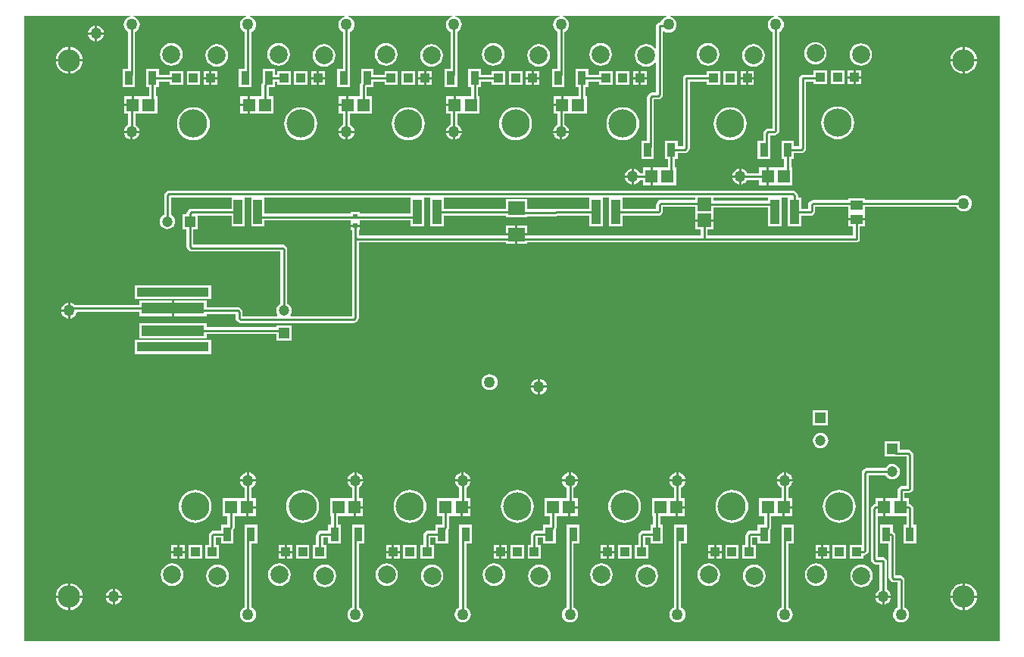
<source format=gbl>
G04*
G04 #@! TF.GenerationSoftware,Altium Limited,Altium Designer,21.1.1 (26)*
G04*
G04 Layer_Physical_Order=4*
G04 Layer_Color=16711680*
%FSLAX25Y25*%
%MOIN*%
G70*
G04*
G04 #@! TF.SameCoordinates,037F275B-A6FD-482A-AA4E-5CA96C5587D5*
G04*
G04*
G04 #@! TF.FilePolarity,Positive*
G04*
G01*
G75*
%ADD12C,0.01000*%
%ADD22R,0.04724X0.04724*%
%ADD23C,0.04724*%
%ADD24C,0.07874*%
%ADD25R,0.03937X0.03937*%
%ADD26C,0.12402*%
%ADD27R,0.04724X0.04724*%
%ADD28C,0.09843*%
%ADD29C,0.05000*%
%ADD30R,0.03543X0.06102*%
%ADD31R,0.05500X0.05800*%
%ADD32R,0.05315X0.03937*%
%ADD33R,0.07316X0.05928*%
%ADD34R,0.01968X0.01968*%
%ADD35R,0.02047X0.02205*%
%ADD36R,0.06127X0.05924*%
%ADD37R,0.03937X0.10630*%
%ADD38R,0.31500X0.04300*%
%ADD39R,0.27600X0.04900*%
G36*
X547244Y118110D02*
X118110D01*
Y393701D01*
X164614D01*
X164646Y393201D01*
X164441Y393174D01*
X163589Y392821D01*
X162858Y392260D01*
X162297Y391529D01*
X161944Y390677D01*
X161824Y389764D01*
X161944Y388850D01*
X162297Y387999D01*
X162858Y387267D01*
X163589Y386706D01*
X163817Y386612D01*
Y370193D01*
X161303D01*
Y362090D01*
X166847D01*
Y367266D01*
X166876Y367413D01*
Y386606D01*
X167119Y386706D01*
X167851Y387267D01*
X168412Y387999D01*
X168764Y388850D01*
X168885Y389764D01*
X168764Y390677D01*
X168412Y391529D01*
X167851Y392260D01*
X167119Y392821D01*
X166268Y393174D01*
X166062Y393201D01*
X166095Y393701D01*
X215795D01*
X215828Y393201D01*
X215622Y393174D01*
X214770Y392821D01*
X214039Y392260D01*
X213478Y391529D01*
X213125Y390677D01*
X213005Y389764D01*
X213125Y388850D01*
X213478Y387999D01*
X214039Y387267D01*
X214770Y386706D01*
X214998Y386612D01*
Y370193D01*
X212484D01*
Y362090D01*
X218028D01*
Y367266D01*
X218057Y367413D01*
Y386606D01*
X218301Y386706D01*
X219032Y387267D01*
X219593Y387999D01*
X219945Y388850D01*
X220066Y389764D01*
X219945Y390677D01*
X219593Y391529D01*
X219032Y392260D01*
X218301Y392821D01*
X217449Y393174D01*
X217243Y393201D01*
X217276Y393701D01*
X259102D01*
X259135Y393201D01*
X258929Y393174D01*
X258077Y392821D01*
X257346Y392260D01*
X256785Y391529D01*
X256433Y390677D01*
X256312Y389764D01*
X256433Y388850D01*
X256785Y387999D01*
X257346Y387267D01*
X258077Y386706D01*
X258313Y386609D01*
Y378340D01*
X258305Y378300D01*
Y370193D01*
X255791D01*
Y362090D01*
X261335D01*
Y367266D01*
X261364Y367413D01*
Y378269D01*
X261372Y378308D01*
Y386609D01*
X261608Y386706D01*
X262339Y387267D01*
X262900Y387999D01*
X263252Y388850D01*
X263373Y389764D01*
X263252Y390677D01*
X262900Y391529D01*
X262339Y392260D01*
X261608Y392821D01*
X260756Y393174D01*
X260550Y393201D01*
X260583Y393701D01*
X306346D01*
X306379Y393201D01*
X306173Y393174D01*
X305322Y392821D01*
X304590Y392260D01*
X304029Y391529D01*
X303677Y390677D01*
X303556Y389764D01*
X303677Y388850D01*
X304029Y387999D01*
X304590Y387267D01*
X305322Y386706D01*
X305549Y386612D01*
Y370193D01*
X303035D01*
Y362090D01*
X308579D01*
Y367266D01*
X308608Y367413D01*
Y386606D01*
X308852Y386706D01*
X309583Y387267D01*
X310144Y387999D01*
X310496Y388850D01*
X310617Y389764D01*
X310496Y390677D01*
X310144Y391529D01*
X309583Y392260D01*
X308852Y392821D01*
X308000Y393174D01*
X307794Y393201D01*
X307827Y393701D01*
X353590D01*
X353623Y393201D01*
X353417Y393174D01*
X352566Y392821D01*
X351835Y392260D01*
X351273Y391529D01*
X350921Y390677D01*
X350800Y389764D01*
X350921Y388850D01*
X351273Y387999D01*
X351835Y387267D01*
X352566Y386706D01*
X352801Y386609D01*
Y372435D01*
X352793Y372395D01*
Y370193D01*
X350279D01*
Y362090D01*
X355823D01*
Y367266D01*
X355852Y367413D01*
Y372363D01*
X355860Y372403D01*
Y386609D01*
X356096Y386706D01*
X356827Y387267D01*
X357388Y387999D01*
X357741Y388850D01*
X357861Y389764D01*
X357741Y390677D01*
X357388Y391529D01*
X356827Y392260D01*
X356096Y392821D01*
X355244Y393174D01*
X355038Y393201D01*
X355071Y393701D01*
X400834D01*
X400867Y393201D01*
X400661Y393174D01*
X399810Y392821D01*
X399079Y392260D01*
X398518Y391529D01*
X398177Y390707D01*
X397638D01*
X397053Y390591D01*
X396556Y390259D01*
X396225Y389763D01*
X396108Y389178D01*
Y379370D01*
X395608Y379200D01*
X395253Y379663D01*
X394222Y380454D01*
X393021Y380952D01*
X391732Y381121D01*
X390443Y380952D01*
X389243Y380454D01*
X388211Y379663D01*
X387420Y378631D01*
X386922Y377431D01*
X386753Y376142D01*
X386922Y374853D01*
X387420Y373652D01*
X388211Y372621D01*
X389243Y371829D01*
X390443Y371332D01*
X391732Y371162D01*
X393021Y371332D01*
X394222Y371829D01*
X395253Y372621D01*
X395608Y373083D01*
X396108Y372914D01*
Y359797D01*
X394224D01*
X393638Y359681D01*
X393142Y359349D01*
X392556Y358763D01*
X392225Y358267D01*
X392108Y357682D01*
Y338697D01*
X389650D01*
Y330594D01*
X395193D01*
Y338697D01*
X395167D01*
Y356738D01*
X397052D01*
X397637Y356855D01*
X398133Y357186D01*
X398719Y357772D01*
X399051Y358268D01*
X399167Y358854D01*
Y386634D01*
X399616Y386856D01*
X399810Y386706D01*
X400661Y386354D01*
X401575Y386234D01*
X402489Y386354D01*
X403340Y386706D01*
X404071Y387267D01*
X404632Y387999D01*
X404985Y388850D01*
X405105Y389764D01*
X404985Y390677D01*
X404632Y391529D01*
X404071Y392260D01*
X403340Y392821D01*
X402489Y393174D01*
X402283Y393201D01*
X402315Y393701D01*
X448078D01*
X448111Y393201D01*
X447905Y393174D01*
X447054Y392821D01*
X446323Y392260D01*
X445762Y391529D01*
X445409Y390677D01*
X445289Y389764D01*
X445409Y388850D01*
X445762Y387999D01*
X446323Y387267D01*
X447054Y386706D01*
X447290Y386609D01*
Y344049D01*
X445468D01*
X444882Y343933D01*
X444386Y343601D01*
X443793Y343007D01*
X443461Y342511D01*
X443345Y341926D01*
Y338697D01*
X440831D01*
Y330594D01*
X446374D01*
Y335770D01*
X446403Y335917D01*
Y340990D01*
X448233D01*
X448818Y341107D01*
X449314Y341438D01*
X449900Y342024D01*
X450232Y342520D01*
X450348Y343106D01*
Y386609D01*
X450584Y386706D01*
X451315Y387267D01*
X451876Y387999D01*
X452229Y388850D01*
X452349Y389764D01*
X452229Y390677D01*
X451876Y391529D01*
X451315Y392260D01*
X450584Y392821D01*
X449733Y393174D01*
X449527Y393201D01*
X449559Y393701D01*
X547244D01*
Y118110D01*
D02*
G37*
%LPC*%
G36*
X150106Y389291D02*
Y386327D01*
X153071D01*
X153016Y386740D01*
X152664Y387592D01*
X152102Y388323D01*
X151371Y388884D01*
X150520Y389237D01*
X150106Y389291D01*
D02*
G37*
G36*
X149106D02*
X148693Y389237D01*
X147841Y388884D01*
X147110Y388323D01*
X146549Y387592D01*
X146196Y386740D01*
X146142Y386327D01*
X149106D01*
Y389291D01*
D02*
G37*
G36*
X153071Y385327D02*
X150106D01*
Y382362D01*
X150520Y382417D01*
X151371Y382769D01*
X152102Y383330D01*
X152664Y384062D01*
X153016Y384913D01*
X153071Y385327D01*
D02*
G37*
G36*
X149106D02*
X146142D01*
X146196Y384913D01*
X146549Y384062D01*
X147110Y383330D01*
X147841Y382769D01*
X148693Y382417D01*
X149106Y382362D01*
Y385327D01*
D02*
G37*
G36*
X531996Y379916D02*
Y374516D01*
X537397D01*
X537332Y375177D01*
X536993Y376293D01*
X536443Y377321D01*
X535703Y378223D01*
X534802Y378963D01*
X533773Y379513D01*
X532657Y379851D01*
X531996Y379916D01*
D02*
G37*
G36*
X530996D02*
X530335Y379851D01*
X529219Y379513D01*
X528191Y378963D01*
X527289Y378223D01*
X526549Y377321D01*
X525999Y376293D01*
X525661Y375177D01*
X525595Y374516D01*
X530996D01*
Y379916D01*
D02*
G37*
G36*
X138295D02*
Y374516D01*
X143696D01*
X143631Y375177D01*
X143292Y376293D01*
X142743Y377321D01*
X142002Y378223D01*
X141101Y378963D01*
X140072Y379513D01*
X138956Y379851D01*
X138295Y379916D01*
D02*
G37*
G36*
X137295D02*
X136635Y379851D01*
X135518Y379513D01*
X134490Y378963D01*
X133588Y378223D01*
X132848Y377321D01*
X132298Y376293D01*
X131960Y375177D01*
X131895Y374516D01*
X137295D01*
Y379916D01*
D02*
G37*
G36*
X466221Y382047D02*
X464932Y381877D01*
X463731Y381379D01*
X462699Y380588D01*
X461908Y379557D01*
X461411Y378356D01*
X461241Y377067D01*
X461411Y375778D01*
X461908Y374577D01*
X462699Y373546D01*
X463731Y372755D01*
X464932Y372257D01*
X466221Y372087D01*
X467509Y372257D01*
X468710Y372755D01*
X469742Y373546D01*
X470533Y374577D01*
X471030Y375778D01*
X471200Y377067D01*
X471030Y378356D01*
X470533Y379557D01*
X469742Y380588D01*
X468710Y381379D01*
X467509Y381877D01*
X466221Y382047D01*
D02*
G37*
G36*
X418976Y381653D02*
X417688Y381483D01*
X416487Y380986D01*
X415455Y380194D01*
X414664Y379163D01*
X414166Y377962D01*
X413997Y376673D01*
X414166Y375384D01*
X414664Y374183D01*
X415455Y373152D01*
X416487Y372361D01*
X417688Y371863D01*
X418976Y371694D01*
X420265Y371863D01*
X421466Y372361D01*
X422498Y373152D01*
X423289Y374183D01*
X423786Y375384D01*
X423956Y376673D01*
X423786Y377962D01*
X423289Y379163D01*
X422498Y380194D01*
X421466Y380986D01*
X420265Y381483D01*
X418976Y381653D01*
D02*
G37*
G36*
X371732D02*
X370444Y381483D01*
X369243Y380986D01*
X368211Y380194D01*
X367420Y379163D01*
X366922Y377962D01*
X366753Y376673D01*
X366922Y375384D01*
X367420Y374183D01*
X368211Y373152D01*
X369243Y372361D01*
X370444Y371863D01*
X371732Y371694D01*
X373021Y371863D01*
X374222Y372361D01*
X375253Y373152D01*
X376045Y374183D01*
X376542Y375384D01*
X376712Y376673D01*
X376542Y377962D01*
X376045Y379163D01*
X375253Y380194D01*
X374222Y380986D01*
X373021Y381483D01*
X371732Y381653D01*
D02*
G37*
G36*
X324488D02*
X323199Y381483D01*
X321998Y380986D01*
X320967Y380194D01*
X320176Y379163D01*
X319678Y377962D01*
X319509Y376673D01*
X319678Y375384D01*
X320176Y374183D01*
X320967Y373152D01*
X321998Y372361D01*
X323199Y371863D01*
X324488Y371694D01*
X325777Y371863D01*
X326978Y372361D01*
X328009Y373152D01*
X328801Y374183D01*
X329298Y375384D01*
X329468Y376673D01*
X329298Y377962D01*
X328801Y379163D01*
X328009Y380194D01*
X326978Y380986D01*
X325777Y381483D01*
X324488Y381653D01*
D02*
G37*
G36*
X277244D02*
X275955Y381483D01*
X274754Y380986D01*
X273723Y380194D01*
X272932Y379163D01*
X272434Y377962D01*
X272265Y376673D01*
X272434Y375384D01*
X272932Y374183D01*
X273723Y373152D01*
X274754Y372361D01*
X275955Y371863D01*
X277244Y371694D01*
X278533Y371863D01*
X279734Y372361D01*
X280765Y373152D01*
X281557Y374183D01*
X282054Y375384D01*
X282224Y376673D01*
X282054Y377962D01*
X281557Y379163D01*
X280765Y380194D01*
X279734Y380986D01*
X278533Y381483D01*
X277244Y381653D01*
D02*
G37*
G36*
X230000D02*
X228711Y381483D01*
X227510Y380986D01*
X226479Y380194D01*
X225688Y379163D01*
X225190Y377962D01*
X225020Y376673D01*
X225190Y375384D01*
X225688Y374183D01*
X226479Y373152D01*
X227510Y372361D01*
X228711Y371863D01*
X230000Y371694D01*
X231289Y371863D01*
X232490Y372361D01*
X233521Y373152D01*
X234313Y374183D01*
X234810Y375384D01*
X234980Y376673D01*
X234810Y377962D01*
X234313Y379163D01*
X233521Y380194D01*
X232490Y380986D01*
X231289Y381483D01*
X230000Y381653D01*
D02*
G37*
G36*
X182756D02*
X181467Y381483D01*
X180266Y380986D01*
X179235Y380194D01*
X178443Y379163D01*
X177946Y377962D01*
X177776Y376673D01*
X177946Y375384D01*
X178443Y374183D01*
X179235Y373152D01*
X180266Y372361D01*
X181467Y371863D01*
X182756Y371694D01*
X184045Y371863D01*
X185246Y372361D01*
X186277Y373152D01*
X187068Y374183D01*
X187566Y375384D01*
X187735Y376673D01*
X187566Y377962D01*
X187068Y379163D01*
X186277Y380194D01*
X185246Y380986D01*
X184045Y381483D01*
X182756Y381653D01*
D02*
G37*
G36*
X486221Y381515D02*
X484932Y381345D01*
X483731Y380848D01*
X482699Y380057D01*
X481908Y379025D01*
X481411Y377824D01*
X481241Y376535D01*
X481411Y375247D01*
X481908Y374046D01*
X482699Y373014D01*
X483731Y372223D01*
X484932Y371726D01*
X486221Y371556D01*
X487509Y371726D01*
X488710Y372223D01*
X489742Y373014D01*
X490533Y374046D01*
X491030Y375247D01*
X491200Y376535D01*
X491030Y377824D01*
X490533Y379025D01*
X489742Y380057D01*
X488710Y380848D01*
X487509Y381345D01*
X486221Y381515D01*
D02*
G37*
G36*
X438976Y381121D02*
X437688Y380952D01*
X436487Y380454D01*
X435455Y379663D01*
X434664Y378631D01*
X434166Y377431D01*
X433997Y376142D01*
X434166Y374853D01*
X434664Y373652D01*
X435455Y372621D01*
X436487Y371829D01*
X437688Y371332D01*
X438976Y371162D01*
X440265Y371332D01*
X441466Y371829D01*
X442497Y372621D01*
X443289Y373652D01*
X443786Y374853D01*
X443956Y376142D01*
X443786Y377431D01*
X443289Y378631D01*
X442497Y379663D01*
X441466Y380454D01*
X440265Y380952D01*
X438976Y381121D01*
D02*
G37*
G36*
X344488D02*
X343199Y380952D01*
X341998Y380454D01*
X340967Y379663D01*
X340176Y378631D01*
X339678Y377431D01*
X339509Y376142D01*
X339678Y374853D01*
X340176Y373652D01*
X340967Y372621D01*
X341998Y371829D01*
X343199Y371332D01*
X344488Y371162D01*
X345777Y371332D01*
X346978Y371829D01*
X348009Y372621D01*
X348801Y373652D01*
X349298Y374853D01*
X349468Y376142D01*
X349298Y377431D01*
X348801Y378631D01*
X348009Y379663D01*
X346978Y380454D01*
X345777Y380952D01*
X344488Y381121D01*
D02*
G37*
G36*
X297244D02*
X295955Y380952D01*
X294754Y380454D01*
X293723Y379663D01*
X292932Y378631D01*
X292434Y377431D01*
X292265Y376142D01*
X292434Y374853D01*
X292932Y373652D01*
X293723Y372621D01*
X294754Y371829D01*
X295955Y371332D01*
X297244Y371162D01*
X298533Y371332D01*
X299734Y371829D01*
X300765Y372621D01*
X301557Y373652D01*
X302054Y374853D01*
X302224Y376142D01*
X302054Y377431D01*
X301557Y378631D01*
X300765Y379663D01*
X299734Y380454D01*
X298533Y380952D01*
X297244Y381121D01*
D02*
G37*
G36*
X250000D02*
X248711Y380952D01*
X247510Y380454D01*
X246479Y379663D01*
X245688Y378631D01*
X245190Y377431D01*
X245020Y376142D01*
X245190Y374853D01*
X245688Y373652D01*
X246479Y372621D01*
X247510Y371829D01*
X248711Y371332D01*
X250000Y371162D01*
X251289Y371332D01*
X252490Y371829D01*
X253521Y372621D01*
X254312Y373652D01*
X254810Y374853D01*
X254980Y376142D01*
X254810Y377431D01*
X254312Y378631D01*
X253521Y379663D01*
X252490Y380454D01*
X251289Y380952D01*
X250000Y381121D01*
D02*
G37*
G36*
X202756D02*
X201467Y380952D01*
X200266Y380454D01*
X199235Y379663D01*
X198443Y378631D01*
X197946Y377431D01*
X197776Y376142D01*
X197946Y374853D01*
X198443Y373652D01*
X199235Y372621D01*
X200266Y371829D01*
X201467Y371332D01*
X202756Y371162D01*
X204045Y371332D01*
X205246Y371829D01*
X206277Y372621D01*
X207068Y373652D01*
X207566Y374853D01*
X207735Y376142D01*
X207566Y377431D01*
X207068Y378631D01*
X206277Y379663D01*
X205246Y380454D01*
X204045Y380952D01*
X202756Y381121D01*
D02*
G37*
G36*
X537397Y373516D02*
X531996D01*
Y368115D01*
X532657Y368180D01*
X533773Y368519D01*
X534802Y369069D01*
X535703Y369809D01*
X536443Y370710D01*
X536993Y371739D01*
X537332Y372855D01*
X537397Y373516D01*
D02*
G37*
G36*
X530996D02*
X525595D01*
X525661Y372855D01*
X525999Y371739D01*
X526549Y370710D01*
X527289Y369809D01*
X528191Y369069D01*
X529219Y368519D01*
X530335Y368180D01*
X530996Y368115D01*
Y373516D01*
D02*
G37*
G36*
X143696D02*
X138295D01*
Y368115D01*
X138956Y368180D01*
X140072Y368519D01*
X141101Y369069D01*
X142002Y369809D01*
X142743Y370710D01*
X143292Y371739D01*
X143631Y372855D01*
X143696Y373516D01*
D02*
G37*
G36*
X137295D02*
X131895D01*
X131960Y372855D01*
X132298Y371739D01*
X132848Y370710D01*
X133588Y369809D01*
X134490Y369069D01*
X135518Y368519D01*
X136635Y368180D01*
X137295Y368115D01*
Y373516D01*
D02*
G37*
G36*
X486433Y369504D02*
X483965D01*
Y367035D01*
X486433D01*
Y369504D01*
D02*
G37*
G36*
X482965D02*
X480496D01*
Y367035D01*
X482965D01*
Y369504D01*
D02*
G37*
G36*
X439189Y369110D02*
X436721D01*
Y366642D01*
X439189D01*
Y369110D01*
D02*
G37*
G36*
X435720D02*
X433252D01*
Y366642D01*
X435720D01*
Y369110D01*
D02*
G37*
G36*
X391945D02*
X389476D01*
Y366642D01*
X391945D01*
Y369110D01*
D02*
G37*
G36*
X388476D02*
X386008D01*
Y366642D01*
X388476D01*
Y369110D01*
D02*
G37*
G36*
X344701D02*
X342232D01*
Y366642D01*
X344701D01*
Y369110D01*
D02*
G37*
G36*
X341232D02*
X338764D01*
Y366642D01*
X341232D01*
Y369110D01*
D02*
G37*
G36*
X297457D02*
X294988D01*
Y366642D01*
X297457D01*
Y369110D01*
D02*
G37*
G36*
X293988D02*
X291520D01*
Y366642D01*
X293988D01*
Y369110D01*
D02*
G37*
G36*
X250213D02*
X247744D01*
Y366642D01*
X250213D01*
Y369110D01*
D02*
G37*
G36*
X246744D02*
X244276D01*
Y366642D01*
X246744D01*
Y369110D01*
D02*
G37*
G36*
X202969D02*
X200500D01*
Y366642D01*
X202969D01*
Y369110D01*
D02*
G37*
G36*
X199500D02*
X197031D01*
Y366642D01*
X199500D01*
Y369110D01*
D02*
G37*
G36*
X486433Y366035D02*
X483965D01*
Y363567D01*
X486433D01*
Y366035D01*
D02*
G37*
G36*
X482965D02*
X480496D01*
Y363567D01*
X482965D01*
Y366035D01*
D02*
G37*
G36*
X478953Y369504D02*
X473016D01*
Y363567D01*
X478953D01*
Y369504D01*
D02*
G37*
G36*
X471472D02*
X465535D01*
Y367671D01*
X460630D01*
X460045Y367555D01*
X459549Y367223D01*
X459217Y366727D01*
X459100Y366142D01*
Y336175D01*
X456807D01*
Y338697D01*
X451264D01*
Y330594D01*
X452506D01*
Y326735D01*
X445773D01*
Y322835D01*
Y318935D01*
X456115D01*
Y326735D01*
X455565D01*
Y330594D01*
X456807D01*
Y333116D01*
X460044D01*
X460629Y333233D01*
X461126Y333564D01*
X461711Y334150D01*
X462043Y334646D01*
X462159Y335231D01*
Y364612D01*
X465535D01*
Y363567D01*
X471472D01*
Y369504D01*
D02*
G37*
G36*
X439189Y365642D02*
X436721D01*
Y363173D01*
X439189D01*
Y365642D01*
D02*
G37*
G36*
X435720D02*
X433252D01*
Y363173D01*
X435720D01*
Y365642D01*
D02*
G37*
G36*
X431709Y369110D02*
X425772D01*
Y363173D01*
X431709D01*
Y369110D01*
D02*
G37*
G36*
X424228D02*
X418291D01*
Y367671D01*
X409449D01*
X408863Y367555D01*
X408367Y367223D01*
X408036Y366727D01*
X407919Y366142D01*
Y336175D01*
X405626D01*
Y338697D01*
X400083D01*
Y330594D01*
X401325D01*
Y326735D01*
X394591D01*
Y322835D01*
Y318935D01*
X404934D01*
Y326735D01*
X404384D01*
Y330594D01*
X405626D01*
Y333116D01*
X408863D01*
X409448Y333233D01*
X409944Y333564D01*
X410530Y334150D01*
X410862Y334646D01*
X410978Y335231D01*
Y364612D01*
X418291D01*
Y363173D01*
X424228D01*
Y369110D01*
D02*
G37*
G36*
X391945Y365642D02*
X389476D01*
Y363173D01*
X391945D01*
Y365642D01*
D02*
G37*
G36*
X388476D02*
X386008D01*
Y363173D01*
X388476D01*
Y365642D01*
D02*
G37*
G36*
X384465Y369110D02*
X378528D01*
Y363173D01*
X384465D01*
Y369110D01*
D02*
G37*
G36*
X366256Y370193D02*
X360713D01*
Y362090D01*
X361955D01*
Y358231D01*
X355221D01*
Y354331D01*
X354721D01*
Y353831D01*
X350971D01*
Y350431D01*
X352801D01*
Y345675D01*
X352566Y345577D01*
X351835Y345016D01*
X351273Y344285D01*
X350921Y343433D01*
X350866Y343020D01*
X357795D01*
X357741Y343433D01*
X357388Y344285D01*
X356827Y345016D01*
X356096Y345577D01*
X355860Y345675D01*
Y350431D01*
X365564D01*
Y358231D01*
X365014D01*
Y362090D01*
X366256D01*
Y364612D01*
X371047D01*
Y363173D01*
X376984D01*
Y369110D01*
X371047D01*
Y367671D01*
X366256D01*
Y370193D01*
D02*
G37*
G36*
X344701Y365642D02*
X342232D01*
Y363173D01*
X344701D01*
Y365642D01*
D02*
G37*
G36*
X341232D02*
X338764D01*
Y363173D01*
X341232D01*
Y365642D01*
D02*
G37*
G36*
X337221Y369110D02*
X331283D01*
Y363173D01*
X337221D01*
Y369110D01*
D02*
G37*
G36*
X319012Y370193D02*
X313469D01*
Y362090D01*
X314711D01*
Y358231D01*
X307977D01*
Y354331D01*
X307477D01*
Y353831D01*
X303727D01*
Y350431D01*
X305557D01*
Y345675D01*
X305322Y345577D01*
X304590Y345016D01*
X304029Y344285D01*
X303677Y343433D01*
X303622Y343020D01*
X310551D01*
X310496Y343433D01*
X310144Y344285D01*
X309583Y345016D01*
X308852Y345577D01*
X308616Y345675D01*
Y350431D01*
X318320D01*
Y358231D01*
X317770D01*
Y362090D01*
X319012D01*
Y364612D01*
X323803D01*
Y363173D01*
X329740D01*
Y369110D01*
X323803D01*
Y367671D01*
X319012D01*
Y370193D01*
D02*
G37*
G36*
X297457Y365642D02*
X294988D01*
Y363173D01*
X297457D01*
Y365642D01*
D02*
G37*
G36*
X293988D02*
X291520D01*
Y363173D01*
X293988D01*
Y365642D01*
D02*
G37*
G36*
X289976Y369110D02*
X284039D01*
Y363173D01*
X289976D01*
Y369110D01*
D02*
G37*
G36*
X271768Y370193D02*
X266224D01*
Y364244D01*
X265913Y363777D01*
X265796Y363192D01*
Y358231D01*
X260733D01*
Y354331D01*
X260233D01*
Y353831D01*
X256483D01*
Y350431D01*
X258313D01*
Y345675D01*
X258077Y345577D01*
X257346Y345016D01*
X256785Y344285D01*
X256433Y343433D01*
X256378Y343020D01*
X263307D01*
X263252Y343433D01*
X262900Y344285D01*
X262339Y345016D01*
X261608Y345577D01*
X261372Y345675D01*
Y350431D01*
X271076D01*
Y358231D01*
X268855D01*
Y362090D01*
X271768D01*
Y364612D01*
X276559D01*
Y363173D01*
X282496D01*
Y369110D01*
X276559D01*
Y367671D01*
X271768D01*
Y370193D01*
D02*
G37*
G36*
X250213Y365642D02*
X247744D01*
Y363173D01*
X250213D01*
Y365642D01*
D02*
G37*
G36*
X246744D02*
X244276D01*
Y363173D01*
X246744D01*
Y365642D01*
D02*
G37*
G36*
X242732Y369110D02*
X236795D01*
Y363173D01*
X242732D01*
Y369110D01*
D02*
G37*
G36*
X228461Y370193D02*
X222917D01*
Y364244D01*
X222606Y363777D01*
X222489Y363192D01*
Y358231D01*
X217426D01*
Y354331D01*
Y350431D01*
X227769D01*
Y358231D01*
X225548D01*
Y362090D01*
X228461D01*
Y364612D01*
X229315D01*
Y363173D01*
X235252D01*
Y369110D01*
X229315D01*
Y367671D01*
X228461D01*
Y370193D01*
D02*
G37*
G36*
X202969Y365642D02*
X200500D01*
Y363173D01*
X202969D01*
Y365642D01*
D02*
G37*
G36*
X199500D02*
X197031D01*
Y363173D01*
X199500D01*
Y365642D01*
D02*
G37*
G36*
X195488Y369110D02*
X189551D01*
Y363173D01*
X195488D01*
Y369110D01*
D02*
G37*
G36*
X177279Y370193D02*
X171736D01*
Y362090D01*
X172978D01*
Y358231D01*
X166245D01*
Y354331D01*
X165745D01*
Y353831D01*
X161995D01*
Y350431D01*
X163825D01*
Y345675D01*
X163589Y345577D01*
X162858Y345016D01*
X162297Y344285D01*
X161944Y343433D01*
X161890Y343020D01*
X168819D01*
X168764Y343433D01*
X168412Y344285D01*
X167851Y345016D01*
X167119Y345577D01*
X166884Y345675D01*
Y350431D01*
X176588D01*
Y358231D01*
X176037D01*
Y362090D01*
X177279D01*
Y364612D01*
X182071D01*
Y363173D01*
X188008D01*
Y369110D01*
X182071D01*
Y367671D01*
X177279D01*
Y370193D01*
D02*
G37*
G36*
X354221Y358231D02*
X350971D01*
Y354831D01*
X354221D01*
Y358231D01*
D02*
G37*
G36*
X306977D02*
X303727D01*
Y354831D01*
X306977D01*
Y358231D01*
D02*
G37*
G36*
X259733D02*
X256483D01*
Y354831D01*
X259733D01*
Y358231D01*
D02*
G37*
G36*
X216426D02*
X213176D01*
Y354831D01*
X216426D01*
Y358231D01*
D02*
G37*
G36*
X165245D02*
X161995D01*
Y354831D01*
X165245D01*
Y358231D01*
D02*
G37*
G36*
X216426Y353831D02*
X213176D01*
Y350431D01*
X216426D01*
Y353831D01*
D02*
G37*
G36*
X475984Y353692D02*
X474573Y353553D01*
X473215Y353141D01*
X471964Y352473D01*
X470868Y351573D01*
X469968Y350477D01*
X469299Y349226D01*
X468888Y347868D01*
X468749Y346457D01*
X468888Y345045D01*
X469299Y343688D01*
X469968Y342437D01*
X470868Y341340D01*
X471964Y340441D01*
X473215Y339772D01*
X474573Y339360D01*
X475984Y339221D01*
X477396Y339360D01*
X478753Y339772D01*
X480004Y340441D01*
X481101Y341340D01*
X482000Y342437D01*
X482669Y343688D01*
X483081Y345045D01*
X483220Y346457D01*
X483081Y347868D01*
X482669Y349226D01*
X482000Y350477D01*
X481101Y351573D01*
X480004Y352473D01*
X478753Y353141D01*
X477396Y353553D01*
X475984Y353692D01*
D02*
G37*
G36*
X357795Y342020D02*
X354831D01*
Y339055D01*
X355244Y339110D01*
X356096Y339462D01*
X356827Y340023D01*
X357388Y340755D01*
X357741Y341606D01*
X357795Y342020D01*
D02*
G37*
G36*
X353831D02*
X350866D01*
X350921Y341606D01*
X351273Y340755D01*
X351835Y340023D01*
X352566Y339462D01*
X353417Y339110D01*
X353831Y339055D01*
Y342020D01*
D02*
G37*
G36*
X310551D02*
X307587D01*
Y339055D01*
X308000Y339110D01*
X308852Y339462D01*
X309583Y340023D01*
X310144Y340755D01*
X310496Y341606D01*
X310551Y342020D01*
D02*
G37*
G36*
X306587D02*
X303622D01*
X303677Y341606D01*
X304029Y340755D01*
X304590Y340023D01*
X305322Y339462D01*
X306173Y339110D01*
X306587Y339055D01*
Y342020D01*
D02*
G37*
G36*
X263307D02*
X260343D01*
Y339055D01*
X260756Y339110D01*
X261608Y339462D01*
X262339Y340023D01*
X262900Y340755D01*
X263252Y341606D01*
X263307Y342020D01*
D02*
G37*
G36*
X259343D02*
X256378D01*
X256433Y341606D01*
X256785Y340755D01*
X257346Y340023D01*
X258077Y339462D01*
X258929Y339110D01*
X259343Y339055D01*
Y342020D01*
D02*
G37*
G36*
X168819D02*
X165854D01*
Y339055D01*
X166268Y339110D01*
X167119Y339462D01*
X167851Y340023D01*
X168412Y340755D01*
X168764Y341606D01*
X168819Y342020D01*
D02*
G37*
G36*
X164854D02*
X161890D01*
X161944Y341606D01*
X162297Y340755D01*
X162858Y340023D01*
X163589Y339462D01*
X164441Y339110D01*
X164854Y339055D01*
Y342020D01*
D02*
G37*
G36*
X428740Y353299D02*
X427328Y353160D01*
X425971Y352748D01*
X424720Y352079D01*
X423624Y351179D01*
X422724Y350083D01*
X422055Y348832D01*
X421644Y347475D01*
X421504Y346063D01*
X421644Y344651D01*
X422055Y343294D01*
X422724Y342043D01*
X423624Y340947D01*
X424720Y340047D01*
X425971Y339378D01*
X427328Y338966D01*
X428740Y338827D01*
X430152Y338966D01*
X431509Y339378D01*
X432760Y340047D01*
X433856Y340947D01*
X434756Y342043D01*
X435425Y343294D01*
X435837Y344651D01*
X435976Y346063D01*
X435837Y347475D01*
X435425Y348832D01*
X434756Y350083D01*
X433856Y351179D01*
X432760Y352079D01*
X431509Y352748D01*
X430152Y353160D01*
X428740Y353299D01*
D02*
G37*
G36*
X381496D02*
X380084Y353160D01*
X378727Y352748D01*
X377476Y352079D01*
X376380Y351179D01*
X375480Y350083D01*
X374811Y348832D01*
X374399Y347475D01*
X374260Y346063D01*
X374399Y344651D01*
X374811Y343294D01*
X375480Y342043D01*
X376380Y340947D01*
X377476Y340047D01*
X378727Y339378D01*
X380084Y338966D01*
X381496Y338827D01*
X382908Y338966D01*
X384265Y339378D01*
X385516Y340047D01*
X386612Y340947D01*
X387512Y342043D01*
X388181Y343294D01*
X388593Y344651D01*
X388732Y346063D01*
X388593Y347475D01*
X388181Y348832D01*
X387512Y350083D01*
X386612Y351179D01*
X385516Y352079D01*
X384265Y352748D01*
X382908Y353160D01*
X381496Y353299D01*
D02*
G37*
G36*
X334252D02*
X332840Y353160D01*
X331483Y352748D01*
X330232Y352079D01*
X329136Y351179D01*
X328236Y350083D01*
X327567Y348832D01*
X327155Y347475D01*
X327016Y346063D01*
X327155Y344651D01*
X327567Y343294D01*
X328236Y342043D01*
X329136Y340947D01*
X330232Y340047D01*
X331483Y339378D01*
X332840Y338966D01*
X334252Y338827D01*
X335664Y338966D01*
X337021Y339378D01*
X338272Y340047D01*
X339368Y340947D01*
X340268Y342043D01*
X340937Y343294D01*
X341349Y344651D01*
X341488Y346063D01*
X341349Y347475D01*
X340937Y348832D01*
X340268Y350083D01*
X339368Y351179D01*
X338272Y352079D01*
X337021Y352748D01*
X335664Y353160D01*
X334252Y353299D01*
D02*
G37*
G36*
X287008D02*
X285596Y353160D01*
X284239Y352748D01*
X282988Y352079D01*
X281891Y351179D01*
X280992Y350083D01*
X280323Y348832D01*
X279911Y347475D01*
X279772Y346063D01*
X279911Y344651D01*
X280323Y343294D01*
X280992Y342043D01*
X281891Y340947D01*
X282988Y340047D01*
X284239Y339378D01*
X285596Y338966D01*
X287008Y338827D01*
X288420Y338966D01*
X289777Y339378D01*
X291028Y340047D01*
X292124Y340947D01*
X293024Y342043D01*
X293693Y343294D01*
X294105Y344651D01*
X294244Y346063D01*
X294105Y347475D01*
X293693Y348832D01*
X293024Y350083D01*
X292124Y351179D01*
X291028Y352079D01*
X289777Y352748D01*
X288420Y353160D01*
X287008Y353299D01*
D02*
G37*
G36*
X239764D02*
X238352Y353160D01*
X236995Y352748D01*
X235744Y352079D01*
X234647Y351179D01*
X233748Y350083D01*
X233079Y348832D01*
X232667Y347475D01*
X232528Y346063D01*
X232667Y344651D01*
X233079Y343294D01*
X233748Y342043D01*
X234647Y340947D01*
X235744Y340047D01*
X236995Y339378D01*
X238352Y338966D01*
X239764Y338827D01*
X241175Y338966D01*
X242533Y339378D01*
X243784Y340047D01*
X244880Y340947D01*
X245780Y342043D01*
X246449Y343294D01*
X246860Y344651D01*
X246999Y346063D01*
X246860Y347475D01*
X246449Y348832D01*
X245780Y350083D01*
X244880Y351179D01*
X243784Y352079D01*
X242533Y352748D01*
X241175Y353160D01*
X239764Y353299D01*
D02*
G37*
G36*
X192520D02*
X191108Y353160D01*
X189751Y352748D01*
X188500Y352079D01*
X187403Y351179D01*
X186504Y350083D01*
X185835Y348832D01*
X185423Y347475D01*
X185284Y346063D01*
X185423Y344651D01*
X185835Y343294D01*
X186504Y342043D01*
X187403Y340947D01*
X188500Y340047D01*
X189751Y339378D01*
X191108Y338966D01*
X192520Y338827D01*
X193931Y338966D01*
X195289Y339378D01*
X196540Y340047D01*
X197636Y340947D01*
X198536Y342043D01*
X199205Y343294D01*
X199616Y344651D01*
X199755Y346063D01*
X199616Y347475D01*
X199205Y348832D01*
X198536Y350083D01*
X197636Y351179D01*
X196540Y352079D01*
X195289Y352748D01*
X193931Y353160D01*
X192520Y353299D01*
D02*
G37*
G36*
X444772Y326735D02*
X441523D01*
Y324364D01*
X436226D01*
X436128Y324600D01*
X435567Y325331D01*
X434836Y325892D01*
X433985Y326245D01*
X433571Y326299D01*
Y322835D01*
Y319370D01*
X433985Y319425D01*
X434836Y319777D01*
X435567Y320338D01*
X436128Y321070D01*
X436226Y321305D01*
X441523D01*
Y318935D01*
X444772D01*
Y322835D01*
Y326735D01*
D02*
G37*
G36*
X393591D02*
X390341D01*
Y324364D01*
X388982D01*
X388884Y324600D01*
X388323Y325331D01*
X387592Y325892D01*
X386740Y326245D01*
X386327Y326299D01*
Y322835D01*
Y319370D01*
X386740Y319425D01*
X387592Y319777D01*
X388323Y320338D01*
X388884Y321070D01*
X388982Y321305D01*
X390341D01*
Y318935D01*
X393591D01*
Y322835D01*
Y326735D01*
D02*
G37*
G36*
X432571Y326299D02*
X432157Y326245D01*
X431306Y325892D01*
X430575Y325331D01*
X430014Y324600D01*
X429661Y323748D01*
X429606Y323335D01*
X432571D01*
Y326299D01*
D02*
G37*
G36*
X385327D02*
X384913Y326245D01*
X384062Y325892D01*
X383330Y325331D01*
X382769Y324600D01*
X382417Y323748D01*
X382362Y323335D01*
X385327D01*
Y326299D01*
D02*
G37*
G36*
X432571Y322335D02*
X429606D01*
X429661Y321921D01*
X430014Y321070D01*
X430575Y320338D01*
X431306Y319777D01*
X432157Y319425D01*
X432571Y319370D01*
Y322335D01*
D02*
G37*
G36*
X385327D02*
X382362D01*
X382417Y321921D01*
X382769Y321070D01*
X383330Y320338D01*
X384062Y319777D01*
X384913Y319425D01*
X385327Y319370D01*
Y322335D01*
D02*
G37*
G36*
X456367Y316624D02*
X181688D01*
X181103Y316508D01*
X180607Y316176D01*
X180021Y315591D01*
X179689Y315094D01*
X179573Y314509D01*
Y306048D01*
X179304Y305937D01*
X178602Y305398D01*
X178063Y304696D01*
X177724Y303878D01*
X177609Y303000D01*
X177724Y302122D01*
X178063Y301304D01*
X178602Y300602D01*
X179304Y300063D01*
X180122Y299724D01*
X181000Y299609D01*
X181878Y299724D01*
X182696Y300063D01*
X183398Y300602D01*
X183937Y301304D01*
X184276Y302122D01*
X184391Y303000D01*
X184276Y303878D01*
X183937Y304696D01*
X183398Y305398D01*
X182696Y305937D01*
X182632Y305963D01*
Y313565D01*
X208804D01*
X209236Y313402D01*
Y308616D01*
X191586D01*
X191000Y308500D01*
X190504Y308168D01*
X189919Y307582D01*
X189587Y307086D01*
X189471Y306501D01*
Y306362D01*
X187638D01*
Y299638D01*
X189471D01*
Y291924D01*
X189587Y291339D01*
X189919Y290843D01*
X190504Y290257D01*
X191000Y289926D01*
X191586Y289809D01*
X230754D01*
Y266785D01*
X230588Y266716D01*
X229886Y266178D01*
X229347Y265475D01*
X229008Y264657D01*
X228892Y263779D01*
X229008Y262902D01*
X229347Y262084D01*
X229509Y261872D01*
X229263Y261372D01*
X214128D01*
Y263194D01*
X214011Y263779D01*
X213680Y264275D01*
X213094Y264861D01*
X212598Y265193D01*
X212013Y265309D01*
X198303D01*
Y268214D01*
X184003D01*
Y264764D01*
Y261314D01*
X198303D01*
Y262250D01*
X211069D01*
Y260428D01*
X211186Y259843D01*
X211517Y259347D01*
X212103Y258761D01*
X212599Y258430D01*
X213184Y258313D01*
X263194D01*
X263779Y258430D01*
X264275Y258761D01*
X264861Y259347D01*
X265193Y259843D01*
X265309Y260428D01*
Y293746D01*
X329988D01*
Y293374D01*
X334146D01*
Y296838D01*
X329988D01*
Y296805D01*
X265309D01*
Y299197D01*
X265764D01*
Y300681D01*
X263779D01*
X261795D01*
Y299197D01*
X262250D01*
Y295861D01*
Y261372D01*
X235304D01*
X235058Y261872D01*
X235220Y262084D01*
X235559Y262902D01*
X235675Y263779D01*
X235559Y264657D01*
X235220Y265475D01*
X234681Y266178D01*
X233979Y266716D01*
X233813Y266785D01*
Y290753D01*
X233696Y291338D01*
X233365Y291834D01*
X232779Y292420D01*
X232283Y292752D01*
X231698Y292868D01*
X192529D01*
Y299638D01*
X194362D01*
Y305557D01*
X209236D01*
Y300772D01*
X215173D01*
Y313402D01*
X215605Y313565D01*
X217465D01*
X217898Y313402D01*
Y300772D01*
X223835D01*
Y303392D01*
X261756D01*
Y303016D01*
X261795D01*
Y301681D01*
X263779D01*
X265764D01*
Y303016D01*
X265803D01*
Y303392D01*
X287976D01*
Y300772D01*
X293913D01*
Y313402D01*
X294345Y313565D01*
X296206D01*
X296638Y313402D01*
X296638Y313066D01*
Y300772D01*
X302575D01*
Y305557D01*
X329988D01*
Y304998D01*
X339304D01*
Y305352D01*
X351965D01*
X352550Y305469D01*
X352682Y305557D01*
X366717D01*
Y300772D01*
X372654D01*
Y313066D01*
X372654Y313402D01*
X373086Y313565D01*
X374946D01*
X375378Y313402D01*
Y300772D01*
X381315D01*
Y305557D01*
X397052D01*
X397637Y305674D01*
X398133Y306005D01*
X398719Y306591D01*
X399051Y307087D01*
X399167Y307672D01*
Y309494D01*
X413259D01*
Y306671D01*
Y304040D01*
X417323D01*
X421386D01*
Y306671D01*
Y309104D01*
X445457D01*
Y300772D01*
X451394D01*
Y313402D01*
X451826Y313565D01*
X453686D01*
X454118Y313402D01*
Y300772D01*
X460055D01*
Y305557D01*
X463981D01*
X464566Y305674D01*
X465063Y306005D01*
X465648Y306591D01*
X465980Y307087D01*
X466096Y307672D01*
Y309431D01*
X480594D01*
Y307268D01*
X480594D01*
Y306906D01*
X480594D01*
Y304437D01*
X484252D01*
X487910D01*
Y306906D01*
X487910D01*
Y307268D01*
X487910D01*
Y309494D01*
X528341D01*
X528439Y309259D01*
X529000Y308527D01*
X529731Y307966D01*
X530582Y307614D01*
X531496Y307493D01*
X532410Y307614D01*
X533261Y307966D01*
X533992Y308527D01*
X534553Y309259D01*
X534906Y310110D01*
X535026Y311024D01*
X534906Y311937D01*
X534553Y312789D01*
X533992Y313520D01*
X533261Y314081D01*
X532410Y314434D01*
X531496Y314554D01*
X530582Y314434D01*
X529731Y314081D01*
X529000Y313520D01*
X528439Y312789D01*
X528341Y312553D01*
X487910D01*
Y313205D01*
X480594D01*
Y312490D01*
X465153D01*
X464568Y312374D01*
X464071Y312042D01*
X463485Y311456D01*
X463154Y310960D01*
X463037Y310375D01*
Y308616D01*
X460055D01*
Y313402D01*
X458616D01*
Y314375D01*
X458500Y314960D01*
X458168Y315456D01*
X457448Y316176D01*
X456952Y316508D01*
X456367Y316624D01*
D02*
G37*
G36*
X339304Y301302D02*
X335146D01*
Y297838D01*
X339304D01*
Y301302D01*
D02*
G37*
G36*
X334146D02*
X329988D01*
Y297838D01*
X334146D01*
Y301302D01*
D02*
G37*
G36*
X487910Y303437D02*
X484252D01*
X480594D01*
Y300969D01*
X482723D01*
Y296805D01*
X418852D01*
Y299578D01*
X421386D01*
Y303040D01*
X417323D01*
X413259D01*
Y299578D01*
X415793D01*
Y296805D01*
X339304D01*
Y296838D01*
X335146D01*
Y293374D01*
X339304D01*
Y293746D01*
X484252D01*
X484837Y293863D01*
X485333Y294194D01*
X485665Y294690D01*
X485781Y295276D01*
Y300969D01*
X487910D01*
Y303437D01*
D02*
G37*
G36*
X200254Y275020D02*
X166753D01*
Y268720D01*
X200254D01*
Y275020D01*
D02*
G37*
G36*
X183003Y268214D02*
X168703D01*
Y266293D01*
X140269D01*
X139560Y266837D01*
X138709Y267189D01*
X138295Y267244D01*
Y263779D01*
Y260315D01*
X138709Y260370D01*
X139560Y260722D01*
X140292Y261283D01*
X140852Y262014D01*
X141205Y262866D01*
X141254Y263234D01*
X168703D01*
Y261314D01*
X183003D01*
Y264764D01*
Y268214D01*
D02*
G37*
G36*
X137295Y267244D02*
X136882Y267189D01*
X136030Y266837D01*
X135299Y266276D01*
X134738Y265545D01*
X134385Y264693D01*
X134331Y264280D01*
X137295D01*
Y267244D01*
D02*
G37*
G36*
Y263280D02*
X134331D01*
X134385Y262866D01*
X134738Y262014D01*
X135299Y261283D01*
X136030Y260722D01*
X136882Y260370D01*
X137295Y260315D01*
Y263280D01*
D02*
G37*
G36*
X198303Y258371D02*
X168703D01*
Y251471D01*
X198303D01*
Y253392D01*
X228921D01*
Y250417D01*
X235646D01*
Y257142D01*
X228921D01*
Y256451D01*
X198303D01*
Y258371D01*
D02*
G37*
G36*
X200254Y250965D02*
X166753D01*
Y244665D01*
X200254D01*
Y250965D01*
D02*
G37*
G36*
X345026Y233718D02*
Y230753D01*
X347990D01*
X347936Y231167D01*
X347583Y232019D01*
X347022Y232750D01*
X346291Y233311D01*
X345439Y233663D01*
X345026Y233718D01*
D02*
G37*
G36*
X344026D02*
X343612Y233663D01*
X342760Y233311D01*
X342029Y232750D01*
X341468Y232019D01*
X341116Y231167D01*
X341061Y230753D01*
X344026D01*
Y233718D01*
D02*
G37*
G36*
X322835Y235814D02*
X321921Y235693D01*
X321070Y235341D01*
X320338Y234780D01*
X319777Y234049D01*
X319425Y233197D01*
X319304Y232283D01*
X319425Y231370D01*
X319777Y230518D01*
X320338Y229787D01*
X321070Y229226D01*
X321921Y228873D01*
X322835Y228753D01*
X323748Y228873D01*
X324600Y229226D01*
X325331Y229787D01*
X325892Y230518D01*
X326245Y231370D01*
X326365Y232283D01*
X326245Y233197D01*
X325892Y234049D01*
X325331Y234780D01*
X324600Y235341D01*
X323748Y235693D01*
X322835Y235814D01*
D02*
G37*
G36*
X347990Y229753D02*
X345026D01*
Y226789D01*
X345439Y226844D01*
X346291Y227196D01*
X347022Y227757D01*
X347583Y228488D01*
X347936Y229340D01*
X347990Y229753D01*
D02*
G37*
G36*
X344026D02*
X341061D01*
X341116Y229340D01*
X341468Y228488D01*
X342029Y227757D01*
X342760Y227196D01*
X343612Y226844D01*
X344026Y226789D01*
Y229753D01*
D02*
G37*
G36*
X471866Y219898D02*
X465142D01*
Y213173D01*
X471866D01*
Y219898D01*
D02*
G37*
G36*
X468504Y209927D02*
X467626Y209811D01*
X466808Y209472D01*
X466106Y208933D01*
X465567Y208231D01*
X465228Y207413D01*
X465113Y206535D01*
X465228Y205658D01*
X465567Y204840D01*
X466106Y204137D01*
X466808Y203599D01*
X467626Y203260D01*
X468504Y203144D01*
X469382Y203260D01*
X470199Y203599D01*
X470902Y204137D01*
X471441Y204840D01*
X471780Y205658D01*
X471895Y206535D01*
X471780Y207413D01*
X471441Y208231D01*
X470902Y208933D01*
X470199Y209472D01*
X469382Y209811D01*
X468504Y209927D01*
D02*
G37*
G36*
X500000Y196305D02*
X499122Y196189D01*
X498304Y195850D01*
X497602Y195311D01*
X497063Y194609D01*
X496994Y194443D01*
X488775D01*
X488190Y194326D01*
X487693Y193995D01*
X487108Y193409D01*
X486776Y192913D01*
X486660Y192328D01*
Y160449D01*
X481284D01*
Y154512D01*
X487220D01*
Y155951D01*
X487603D01*
X488189Y156067D01*
X488685Y156399D01*
X489270Y156985D01*
X489602Y157481D01*
X489718Y158066D01*
Y191384D01*
X496994D01*
X497063Y191218D01*
X497602Y190515D01*
X498304Y189977D01*
X499122Y189638D01*
X500000Y189522D01*
X500878Y189638D01*
X501696Y189977D01*
X502398Y190515D01*
X502937Y191218D01*
X503276Y192036D01*
X503391Y192913D01*
X503276Y193791D01*
X502937Y194609D01*
X502398Y195311D01*
X501696Y195850D01*
X500878Y196189D01*
X500000Y196305D01*
D02*
G37*
G36*
X453256Y192441D02*
Y189476D01*
X456220D01*
X456166Y189890D01*
X455813Y190742D01*
X455252Y191473D01*
X454521Y192034D01*
X453670Y192386D01*
X453256Y192441D01*
D02*
G37*
G36*
X452256D02*
X451842Y192386D01*
X450991Y192034D01*
X450260Y191473D01*
X449699Y190742D01*
X449346Y189890D01*
X449292Y189476D01*
X452256D01*
Y192441D01*
D02*
G37*
G36*
X406012D02*
Y189476D01*
X408976D01*
X408922Y189890D01*
X408569Y190742D01*
X408008Y191473D01*
X407277Y192034D01*
X406426Y192386D01*
X406012Y192441D01*
D02*
G37*
G36*
X405012D02*
X404598Y192386D01*
X403747Y192034D01*
X403016Y191473D01*
X402455Y190742D01*
X402102Y189890D01*
X402047Y189476D01*
X405012D01*
Y192441D01*
D02*
G37*
G36*
X358768D02*
Y189476D01*
X361732D01*
X361678Y189890D01*
X361325Y190742D01*
X360764Y191473D01*
X360033Y192034D01*
X359181Y192386D01*
X358768Y192441D01*
D02*
G37*
G36*
X357768D02*
X357354Y192386D01*
X356503Y192034D01*
X355771Y191473D01*
X355210Y190742D01*
X354858Y189890D01*
X354803Y189476D01*
X357768D01*
Y192441D01*
D02*
G37*
G36*
X311524D02*
Y189476D01*
X314488D01*
X314434Y189890D01*
X314081Y190742D01*
X313520Y191473D01*
X312789Y192034D01*
X311937Y192386D01*
X311524Y192441D01*
D02*
G37*
G36*
X310524D02*
X310110Y192386D01*
X309259Y192034D01*
X308527Y191473D01*
X307966Y190742D01*
X307614Y189890D01*
X307559Y189476D01*
X310524D01*
Y192441D01*
D02*
G37*
G36*
X264280D02*
Y189476D01*
X267244D01*
X267189Y189890D01*
X266837Y190742D01*
X266276Y191473D01*
X265545Y192034D01*
X264693Y192386D01*
X264280Y192441D01*
D02*
G37*
G36*
X263280D02*
X262866Y192386D01*
X262014Y192034D01*
X261283Y191473D01*
X260722Y190742D01*
X260370Y189890D01*
X260315Y189476D01*
X263280D01*
Y192441D01*
D02*
G37*
G36*
X217035D02*
Y189476D01*
X220000D01*
X219945Y189890D01*
X219593Y190742D01*
X219032Y191473D01*
X218301Y192034D01*
X217449Y192386D01*
X217035Y192441D01*
D02*
G37*
G36*
X216035D02*
X215622Y192386D01*
X214770Y192034D01*
X214039Y191473D01*
X213478Y190742D01*
X213125Y189890D01*
X213071Y189476D01*
X216035D01*
Y192441D01*
D02*
G37*
G36*
X456115Y176665D02*
X452865D01*
Y173265D01*
X456115D01*
Y176665D01*
D02*
G37*
G36*
X408871D02*
X405621D01*
Y173265D01*
X408871D01*
Y176665D01*
D02*
G37*
G36*
X361627D02*
X358377D01*
Y173265D01*
X361627D01*
Y176665D01*
D02*
G37*
G36*
X314383D02*
X311133D01*
Y173265D01*
X314383D01*
Y176665D01*
D02*
G37*
G36*
X267139D02*
X263889D01*
Y173265D01*
X267139D01*
Y176665D01*
D02*
G37*
G36*
X219895D02*
X216645D01*
Y173265D01*
X219895D01*
Y176665D01*
D02*
G37*
G36*
X476772Y184795D02*
X475360Y184656D01*
X474003Y184244D01*
X472752Y183575D01*
X471655Y182675D01*
X470755Y181579D01*
X470087Y180328D01*
X469675Y178971D01*
X469536Y177559D01*
X469675Y176147D01*
X470087Y174790D01*
X470755Y173539D01*
X471655Y172443D01*
X472752Y171543D01*
X474003Y170874D01*
X475360Y170463D01*
X476772Y170323D01*
X478183Y170463D01*
X479541Y170874D01*
X480792Y171543D01*
X481888Y172443D01*
X482788Y173539D01*
X483457Y174790D01*
X483868Y176147D01*
X484007Y177559D01*
X483868Y178971D01*
X483457Y180328D01*
X482788Y181579D01*
X481888Y182675D01*
X480792Y183575D01*
X479541Y184244D01*
X478183Y184656D01*
X476772Y184795D01*
D02*
G37*
G36*
X429528D02*
X428116Y184656D01*
X426759Y184244D01*
X425508Y183575D01*
X424411Y182675D01*
X423511Y181579D01*
X422843Y180328D01*
X422431Y178971D01*
X422292Y177559D01*
X422431Y176147D01*
X422843Y174790D01*
X423511Y173539D01*
X424411Y172443D01*
X425508Y171543D01*
X426759Y170874D01*
X428116Y170463D01*
X429528Y170323D01*
X430939Y170463D01*
X432297Y170874D01*
X433547Y171543D01*
X434644Y172443D01*
X435544Y173539D01*
X436212Y174790D01*
X436624Y176147D01*
X436763Y177559D01*
X436624Y178971D01*
X436212Y180328D01*
X435544Y181579D01*
X434644Y182675D01*
X433547Y183575D01*
X432297Y184244D01*
X430939Y184656D01*
X429528Y184795D01*
D02*
G37*
G36*
X382283D02*
X380872Y184656D01*
X379515Y184244D01*
X378264Y183575D01*
X377167Y182675D01*
X376267Y181579D01*
X375599Y180328D01*
X375187Y178971D01*
X375048Y177559D01*
X375187Y176147D01*
X375599Y174790D01*
X376267Y173539D01*
X377167Y172443D01*
X378264Y171543D01*
X379515Y170874D01*
X380872Y170463D01*
X382283Y170323D01*
X383695Y170463D01*
X385052Y170874D01*
X386303Y171543D01*
X387400Y172443D01*
X388300Y173539D01*
X388968Y174790D01*
X389380Y176147D01*
X389519Y177559D01*
X389380Y178971D01*
X388968Y180328D01*
X388300Y181579D01*
X387400Y182675D01*
X386303Y183575D01*
X385052Y184244D01*
X383695Y184656D01*
X382283Y184795D01*
D02*
G37*
G36*
X335039D02*
X333628Y184656D01*
X332270Y184244D01*
X331019Y183575D01*
X329923Y182675D01*
X329023Y181579D01*
X328355Y180328D01*
X327943Y178971D01*
X327804Y177559D01*
X327943Y176147D01*
X328355Y174790D01*
X329023Y173539D01*
X329923Y172443D01*
X331019Y171543D01*
X332270Y170874D01*
X333628Y170463D01*
X335039Y170323D01*
X336451Y170463D01*
X337808Y170874D01*
X339059Y171543D01*
X340156Y172443D01*
X341056Y173539D01*
X341724Y174790D01*
X342136Y176147D01*
X342275Y177559D01*
X342136Y178971D01*
X341724Y180328D01*
X341056Y181579D01*
X340156Y182675D01*
X339059Y183575D01*
X337808Y184244D01*
X336451Y184656D01*
X335039Y184795D01*
D02*
G37*
G36*
X287795D02*
X286384Y184656D01*
X285026Y184244D01*
X283775Y183575D01*
X282679Y182675D01*
X281779Y181579D01*
X281110Y180328D01*
X280699Y178971D01*
X280560Y177559D01*
X280699Y176147D01*
X281110Y174790D01*
X281779Y173539D01*
X282679Y172443D01*
X283775Y171543D01*
X285026Y170874D01*
X286384Y170463D01*
X287795Y170323D01*
X289207Y170463D01*
X290564Y170874D01*
X291815Y171543D01*
X292912Y172443D01*
X293811Y173539D01*
X294480Y174790D01*
X294892Y176147D01*
X295031Y177559D01*
X294892Y178971D01*
X294480Y180328D01*
X293811Y181579D01*
X292912Y182675D01*
X291815Y183575D01*
X290564Y184244D01*
X289207Y184656D01*
X287795Y184795D01*
D02*
G37*
G36*
X240551D02*
X239140Y184656D01*
X237782Y184244D01*
X236531Y183575D01*
X235435Y182675D01*
X234535Y181579D01*
X233866Y180328D01*
X233455Y178971D01*
X233316Y177559D01*
X233455Y176147D01*
X233866Y174790D01*
X234535Y173539D01*
X235435Y172443D01*
X236531Y171543D01*
X237782Y170874D01*
X239140Y170463D01*
X240551Y170323D01*
X241963Y170463D01*
X243320Y170874D01*
X244571Y171543D01*
X245668Y172443D01*
X246567Y173539D01*
X247236Y174790D01*
X247648Y176147D01*
X247787Y177559D01*
X247648Y178971D01*
X247236Y180328D01*
X246567Y181579D01*
X245668Y182675D01*
X244571Y183575D01*
X243320Y184244D01*
X241963Y184656D01*
X240551Y184795D01*
D02*
G37*
G36*
X193307D02*
X191895Y184656D01*
X190538Y184244D01*
X189287Y183575D01*
X188191Y182675D01*
X187291Y181579D01*
X186622Y180328D01*
X186211Y178971D01*
X186072Y177559D01*
X186211Y176147D01*
X186622Y174790D01*
X187291Y173539D01*
X188191Y172443D01*
X189287Y171543D01*
X190538Y170874D01*
X191895Y170463D01*
X193307Y170323D01*
X194719Y170463D01*
X196076Y170874D01*
X197327Y171543D01*
X198424Y172443D01*
X199323Y173539D01*
X199992Y174790D01*
X200404Y176147D01*
X200543Y177559D01*
X200404Y178971D01*
X199992Y180328D01*
X199323Y181579D01*
X198424Y182675D01*
X197327Y183575D01*
X196076Y184244D01*
X194719Y184656D01*
X193307Y184795D01*
D02*
G37*
G36*
X503362Y206276D02*
X496638D01*
Y199551D01*
X501714D01*
X501862Y199522D01*
X506345D01*
Y186569D01*
X504523D01*
X503937Y186452D01*
X503441Y186121D01*
X502856Y185535D01*
X502524Y185039D01*
X502408Y184454D01*
Y181065D01*
X496954D01*
Y177165D01*
Y173265D01*
X506345D01*
Y169405D01*
X505102D01*
Y161303D01*
X510646D01*
Y169405D01*
X509403D01*
Y176580D01*
X509287Y177165D01*
X508955Y177661D01*
X508370Y178247D01*
X507873Y178578D01*
X507296Y178693D01*
Y181065D01*
X505466D01*
Y183510D01*
X507288D01*
X507873Y183626D01*
X508370Y183958D01*
X508955Y184544D01*
X509287Y185040D01*
X509403Y185625D01*
Y200202D01*
X509287Y200787D01*
X508955Y201283D01*
X508106Y202133D01*
X507610Y202464D01*
X507024Y202581D01*
X503362D01*
Y206276D01*
D02*
G37*
G36*
X456220Y188476D02*
X449292D01*
X449346Y188063D01*
X449699Y187211D01*
X450260Y186480D01*
X450991Y185919D01*
X451227Y185821D01*
Y181065D01*
X441523D01*
Y173265D01*
X443743D01*
Y169405D01*
X440831D01*
Y166884D01*
X437594D01*
X437008Y166767D01*
X436512Y166436D01*
X435926Y165850D01*
X435595Y165354D01*
X435478Y164769D01*
Y160449D01*
X434039D01*
Y154512D01*
X439976D01*
Y160449D01*
X438537D01*
Y163825D01*
X440831D01*
Y161303D01*
X446374D01*
Y167253D01*
X446686Y167719D01*
X446802Y168304D01*
Y173265D01*
X451865D01*
Y177165D01*
X452365D01*
Y177665D01*
X456115D01*
Y181065D01*
X454285D01*
Y185821D01*
X454521Y185919D01*
X455252Y186480D01*
X455813Y187211D01*
X456166Y188063D01*
X456220Y188476D01*
D02*
G37*
G36*
X408976D02*
X402047D01*
X402102Y188063D01*
X402455Y187211D01*
X403016Y186480D01*
X403747Y185919D01*
X403982Y185821D01*
Y181065D01*
X394278D01*
Y173265D01*
X394829D01*
Y169405D01*
X393587D01*
Y166884D01*
X390350D01*
X389764Y166767D01*
X389268Y166436D01*
X388682Y165850D01*
X388351Y165354D01*
X388234Y164769D01*
Y160449D01*
X386795D01*
Y154512D01*
X392732D01*
Y160449D01*
X391293D01*
Y163825D01*
X393587D01*
Y161303D01*
X399130D01*
Y169405D01*
X397888D01*
Y173265D01*
X404621D01*
Y177165D01*
X405121D01*
Y177665D01*
X408871D01*
Y181065D01*
X407041D01*
Y185821D01*
X407277Y185919D01*
X408008Y186480D01*
X408569Y187211D01*
X408922Y188063D01*
X408976Y188476D01*
D02*
G37*
G36*
X361732D02*
X354803D01*
X354858Y188063D01*
X355210Y187211D01*
X355771Y186480D01*
X356503Y185919D01*
X356738Y185821D01*
Y181065D01*
X347034D01*
Y173265D01*
X349255D01*
Y169405D01*
X346342D01*
Y166884D01*
X343106D01*
X342520Y166767D01*
X342024Y166436D01*
X341438Y165850D01*
X341107Y165354D01*
X340990Y164769D01*
Y160449D01*
X339551D01*
Y154512D01*
X345488D01*
Y160449D01*
X344049D01*
Y163825D01*
X346342D01*
Y161303D01*
X351886D01*
Y167253D01*
X352197Y167719D01*
X352314Y168304D01*
Y173265D01*
X357377D01*
Y177165D01*
X357877D01*
Y177665D01*
X361627D01*
Y181065D01*
X359797D01*
Y185821D01*
X360033Y185919D01*
X360764Y186480D01*
X361325Y187211D01*
X361678Y188063D01*
X361732Y188476D01*
D02*
G37*
G36*
X314488D02*
X307559D01*
X307614Y188063D01*
X307966Y187211D01*
X308527Y186480D01*
X309259Y185919D01*
X309494Y185821D01*
Y181065D01*
X299790D01*
Y173265D01*
X302011D01*
Y169405D01*
X299098D01*
Y166884D01*
X295861D01*
X295276Y166767D01*
X294780Y166436D01*
X294194Y165850D01*
X293863Y165354D01*
X293746Y164769D01*
Y160449D01*
X292307D01*
Y154512D01*
X298244D01*
Y160449D01*
X296805D01*
Y163825D01*
X299098D01*
Y161303D01*
X304642D01*
Y167253D01*
X304953Y167719D01*
X305070Y168304D01*
Y173265D01*
X310133D01*
Y177165D01*
X310633D01*
Y177665D01*
X314383D01*
Y181065D01*
X312553D01*
Y185821D01*
X312789Y185919D01*
X313520Y186480D01*
X314081Y187211D01*
X314434Y188063D01*
X314488Y188476D01*
D02*
G37*
G36*
X267244D02*
X260315D01*
X260370Y188063D01*
X260722Y187211D01*
X261283Y186480D01*
X262014Y185919D01*
X262250Y185821D01*
Y181065D01*
X252546D01*
Y173265D01*
X253097D01*
Y169405D01*
X251854D01*
Y166884D01*
X248617D01*
X248032Y166767D01*
X247536Y166436D01*
X246950Y165850D01*
X246619Y165354D01*
X246502Y164769D01*
Y160449D01*
X245063D01*
Y154512D01*
X251000D01*
Y160449D01*
X249561D01*
Y163825D01*
X251854D01*
Y161303D01*
X257398D01*
Y169405D01*
X256155D01*
Y173265D01*
X262889D01*
Y177165D01*
X263389D01*
Y177665D01*
X267139D01*
Y181065D01*
X265309D01*
Y185821D01*
X265545Y185919D01*
X266276Y186480D01*
X266837Y187211D01*
X267189Y188063D01*
X267244Y188476D01*
D02*
G37*
G36*
X220000D02*
X213071D01*
X213125Y188063D01*
X213478Y187211D01*
X214039Y186480D01*
X214770Y185919D01*
X215006Y185821D01*
Y181065D01*
X205302D01*
Y173265D01*
X207523D01*
Y169405D01*
X204610D01*
Y166884D01*
X201373D01*
X200788Y166767D01*
X200292Y166436D01*
X199706Y165850D01*
X199374Y165354D01*
X199258Y164769D01*
Y160449D01*
X197819D01*
Y154512D01*
X203756D01*
Y160449D01*
X202317D01*
Y163825D01*
X204610D01*
Y161303D01*
X210154D01*
Y167253D01*
X210465Y167719D01*
X210581Y168304D01*
Y173265D01*
X215645D01*
Y177165D01*
X216145D01*
Y177665D01*
X219895D01*
Y181065D01*
X218065D01*
Y185821D01*
X218301Y185919D01*
X219032Y186480D01*
X219593Y187211D01*
X219945Y188063D01*
X220000Y188476D01*
D02*
G37*
G36*
X472260Y160449D02*
X469791D01*
Y157980D01*
X472260D01*
Y160449D01*
D02*
G37*
G36*
X377772D02*
X375303D01*
Y157980D01*
X377772D01*
Y160449D01*
D02*
G37*
G36*
X236039D02*
X233571D01*
Y157980D01*
X236039D01*
Y160449D01*
D02*
G37*
G36*
X283283D02*
X280815D01*
Y157980D01*
X283283D01*
Y160449D01*
D02*
G37*
G36*
X425016D02*
X422547D01*
Y157980D01*
X425016D01*
Y160449D01*
D02*
G37*
G36*
X330528D02*
X328059D01*
Y157980D01*
X330528D01*
Y160449D01*
D02*
G37*
G36*
X188795D02*
X186327D01*
Y157980D01*
X188795D01*
Y160449D01*
D02*
G37*
G36*
X185327D02*
X182858D01*
Y157980D01*
X185327D01*
Y160449D01*
D02*
G37*
G36*
X279815D02*
X277346D01*
Y157980D01*
X279815D01*
Y160449D01*
D02*
G37*
G36*
X421547D02*
X419079D01*
Y157980D01*
X421547D01*
Y160449D01*
D02*
G37*
G36*
X327059D02*
X324591D01*
Y157980D01*
X327059D01*
Y160449D01*
D02*
G37*
G36*
X374303D02*
X371835D01*
Y157980D01*
X374303D01*
Y160449D01*
D02*
G37*
G36*
X232571D02*
X230102D01*
Y157980D01*
X232571D01*
Y160449D01*
D02*
G37*
G36*
X468791D02*
X466323D01*
Y157980D01*
X468791D01*
Y160449D01*
D02*
G37*
G36*
X479740D02*
X473803D01*
Y154512D01*
X479740D01*
Y160449D01*
D02*
G37*
G36*
X472260Y156980D02*
X469791D01*
Y154512D01*
X472260D01*
Y156980D01*
D02*
G37*
G36*
X468791D02*
X466323D01*
Y154512D01*
X468791D01*
Y156980D01*
D02*
G37*
G36*
X432496Y160449D02*
X426559D01*
Y154512D01*
X432496D01*
Y160449D01*
D02*
G37*
G36*
X425016Y156980D02*
X422547D01*
Y154512D01*
X425016D01*
Y156980D01*
D02*
G37*
G36*
X421547D02*
X419079D01*
Y154512D01*
X421547D01*
Y156980D01*
D02*
G37*
G36*
X385252Y160449D02*
X379315D01*
Y154512D01*
X385252D01*
Y160449D01*
D02*
G37*
G36*
X377772Y156980D02*
X375303D01*
Y154512D01*
X377772D01*
Y156980D01*
D02*
G37*
G36*
X374303D02*
X371835D01*
Y154512D01*
X374303D01*
Y156980D01*
D02*
G37*
G36*
X338008Y160449D02*
X332071D01*
Y154512D01*
X338008D01*
Y160449D01*
D02*
G37*
G36*
X330528Y156980D02*
X328059D01*
Y154512D01*
X330528D01*
Y156980D01*
D02*
G37*
G36*
X327059D02*
X324591D01*
Y154512D01*
X327059D01*
Y156980D01*
D02*
G37*
G36*
X290764Y160449D02*
X284827D01*
Y154512D01*
X290764D01*
Y160449D01*
D02*
G37*
G36*
X283283Y156980D02*
X280815D01*
Y154512D01*
X283283D01*
Y156980D01*
D02*
G37*
G36*
X279815D02*
X277346D01*
Y154512D01*
X279815D01*
Y156980D01*
D02*
G37*
G36*
X243520Y160449D02*
X237583D01*
Y154512D01*
X243520D01*
Y160449D01*
D02*
G37*
G36*
X236039Y156980D02*
X233571D01*
Y154512D01*
X236039D01*
Y156980D01*
D02*
G37*
G36*
X232571D02*
X230102D01*
Y154512D01*
X232571D01*
Y156980D01*
D02*
G37*
G36*
X196276Y160449D02*
X190339D01*
Y154512D01*
X196276D01*
Y160449D01*
D02*
G37*
G36*
X188795Y156980D02*
X186327D01*
Y154512D01*
X188795D01*
Y156980D01*
D02*
G37*
G36*
X185327D02*
X182858D01*
Y154512D01*
X185327D01*
Y156980D01*
D02*
G37*
G36*
X466535Y152460D02*
X465247Y152290D01*
X464046Y151793D01*
X463014Y151001D01*
X462223Y149970D01*
X461726Y148769D01*
X461556Y147480D01*
X461726Y146192D01*
X462223Y144991D01*
X463014Y143959D01*
X464046Y143168D01*
X465247Y142670D01*
X466535Y142501D01*
X467824Y142670D01*
X469025Y143168D01*
X470056Y143959D01*
X470848Y144991D01*
X471345Y146192D01*
X471515Y147480D01*
X471345Y148769D01*
X470848Y149970D01*
X470056Y151001D01*
X469025Y151793D01*
X467824Y152290D01*
X466535Y152460D01*
D02*
G37*
G36*
X419291D02*
X418003Y152290D01*
X416802Y151793D01*
X415770Y151001D01*
X414979Y149970D01*
X414481Y148769D01*
X414312Y147480D01*
X414481Y146192D01*
X414979Y144991D01*
X415770Y143959D01*
X416802Y143168D01*
X418003Y142670D01*
X419291Y142501D01*
X420580Y142670D01*
X421781Y143168D01*
X422812Y143959D01*
X423604Y144991D01*
X424101Y146192D01*
X424271Y147480D01*
X424101Y148769D01*
X423604Y149970D01*
X422812Y151001D01*
X421781Y151793D01*
X420580Y152290D01*
X419291Y152460D01*
D02*
G37*
G36*
X372047D02*
X370758Y152290D01*
X369557Y151793D01*
X368526Y151001D01*
X367735Y149970D01*
X367237Y148769D01*
X367068Y147480D01*
X367237Y146192D01*
X367735Y144991D01*
X368526Y143959D01*
X369557Y143168D01*
X370758Y142670D01*
X372047Y142501D01*
X373336Y142670D01*
X374537Y143168D01*
X375568Y143959D01*
X376360Y144991D01*
X376857Y146192D01*
X377027Y147480D01*
X376857Y148769D01*
X376360Y149970D01*
X375568Y151001D01*
X374537Y151793D01*
X373336Y152290D01*
X372047Y152460D01*
D02*
G37*
G36*
X324803D02*
X323514Y152290D01*
X322313Y151793D01*
X321282Y151001D01*
X320491Y149970D01*
X319993Y148769D01*
X319824Y147480D01*
X319993Y146192D01*
X320491Y144991D01*
X321282Y143959D01*
X322313Y143168D01*
X323514Y142670D01*
X324803Y142501D01*
X326092Y142670D01*
X327293Y143168D01*
X328324Y143959D01*
X329116Y144991D01*
X329613Y146192D01*
X329783Y147480D01*
X329613Y148769D01*
X329116Y149970D01*
X328324Y151001D01*
X327293Y151793D01*
X326092Y152290D01*
X324803Y152460D01*
D02*
G37*
G36*
X277559D02*
X276270Y152290D01*
X275069Y151793D01*
X274038Y151001D01*
X273247Y149970D01*
X272749Y148769D01*
X272579Y147480D01*
X272749Y146192D01*
X273247Y144991D01*
X274038Y143959D01*
X275069Y143168D01*
X276270Y142670D01*
X277559Y142501D01*
X278848Y142670D01*
X280049Y143168D01*
X281080Y143959D01*
X281872Y144991D01*
X282369Y146192D01*
X282539Y147480D01*
X282369Y148769D01*
X281872Y149970D01*
X281080Y151001D01*
X280049Y151793D01*
X278848Y152290D01*
X277559Y152460D01*
D02*
G37*
G36*
X230315D02*
X229026Y152290D01*
X227825Y151793D01*
X226794Y151001D01*
X226003Y149970D01*
X225505Y148769D01*
X225335Y147480D01*
X225505Y146192D01*
X226003Y144991D01*
X226794Y143959D01*
X227825Y143168D01*
X229026Y142670D01*
X230315Y142501D01*
X231604Y142670D01*
X232805Y143168D01*
X233836Y143959D01*
X234627Y144991D01*
X235125Y146192D01*
X235295Y147480D01*
X235125Y148769D01*
X234627Y149970D01*
X233836Y151001D01*
X232805Y151793D01*
X231604Y152290D01*
X230315Y152460D01*
D02*
G37*
G36*
X183071D02*
X181782Y152290D01*
X180581Y151793D01*
X179550Y151001D01*
X178758Y149970D01*
X178261Y148769D01*
X178091Y147480D01*
X178261Y146192D01*
X178758Y144991D01*
X179550Y143959D01*
X180581Y143168D01*
X181782Y142670D01*
X183071Y142501D01*
X184360Y142670D01*
X185561Y143168D01*
X186592Y143959D01*
X187383Y144991D01*
X187881Y146192D01*
X188050Y147480D01*
X187881Y148769D01*
X187383Y149970D01*
X186592Y151001D01*
X185561Y151793D01*
X184360Y152290D01*
X183071Y152460D01*
D02*
G37*
G36*
X486535Y151928D02*
X485247Y151759D01*
X484046Y151261D01*
X483014Y150470D01*
X482223Y149439D01*
X481726Y148238D01*
X481556Y146949D01*
X481726Y145660D01*
X482223Y144459D01*
X483014Y143428D01*
X484046Y142636D01*
X485247Y142139D01*
X486535Y141969D01*
X487824Y142139D01*
X489025Y142636D01*
X490057Y143428D01*
X490848Y144459D01*
X491345Y145660D01*
X491515Y146949D01*
X491345Y148238D01*
X490848Y149439D01*
X490057Y150470D01*
X489025Y151261D01*
X487824Y151759D01*
X486535Y151928D01*
D02*
G37*
G36*
X439291D02*
X438002Y151759D01*
X436801Y151261D01*
X435770Y150470D01*
X434979Y149439D01*
X434481Y148238D01*
X434312Y146949D01*
X434481Y145660D01*
X434979Y144459D01*
X435770Y143428D01*
X436801Y142636D01*
X438002Y142139D01*
X439291Y141969D01*
X440580Y142139D01*
X441781Y142636D01*
X442812Y143428D01*
X443604Y144459D01*
X444101Y145660D01*
X444271Y146949D01*
X444101Y148238D01*
X443604Y149439D01*
X442812Y150470D01*
X441781Y151261D01*
X440580Y151759D01*
X439291Y151928D01*
D02*
G37*
G36*
X392047D02*
X390758Y151759D01*
X389557Y151261D01*
X388526Y150470D01*
X387735Y149439D01*
X387237Y148238D01*
X387068Y146949D01*
X387237Y145660D01*
X387735Y144459D01*
X388526Y143428D01*
X389557Y142636D01*
X390758Y142139D01*
X392047Y141969D01*
X393336Y142139D01*
X394537Y142636D01*
X395568Y143428D01*
X396360Y144459D01*
X396857Y145660D01*
X397027Y146949D01*
X396857Y148238D01*
X396360Y149439D01*
X395568Y150470D01*
X394537Y151261D01*
X393336Y151759D01*
X392047Y151928D01*
D02*
G37*
G36*
X344803D02*
X343514Y151759D01*
X342313Y151261D01*
X341282Y150470D01*
X340491Y149439D01*
X339993Y148238D01*
X339824Y146949D01*
X339993Y145660D01*
X340491Y144459D01*
X341282Y143428D01*
X342313Y142636D01*
X343514Y142139D01*
X344803Y141969D01*
X346092Y142139D01*
X347293Y142636D01*
X348324Y143428D01*
X349116Y144459D01*
X349613Y145660D01*
X349783Y146949D01*
X349613Y148238D01*
X349116Y149439D01*
X348324Y150470D01*
X347293Y151261D01*
X346092Y151759D01*
X344803Y151928D01*
D02*
G37*
G36*
X297559D02*
X296270Y151759D01*
X295069Y151261D01*
X294038Y150470D01*
X293247Y149439D01*
X292749Y148238D01*
X292579Y146949D01*
X292749Y145660D01*
X293247Y144459D01*
X294038Y143428D01*
X295069Y142636D01*
X296270Y142139D01*
X297559Y141969D01*
X298848Y142139D01*
X300049Y142636D01*
X301080Y143428D01*
X301871Y144459D01*
X302369Y145660D01*
X302539Y146949D01*
X302369Y148238D01*
X301871Y149439D01*
X301080Y150470D01*
X300049Y151261D01*
X298848Y151759D01*
X297559Y151928D01*
D02*
G37*
G36*
X250315D02*
X249026Y151759D01*
X247825Y151261D01*
X246794Y150470D01*
X246003Y149439D01*
X245505Y148238D01*
X245335Y146949D01*
X245505Y145660D01*
X246003Y144459D01*
X246794Y143428D01*
X247825Y142636D01*
X249026Y142139D01*
X250315Y141969D01*
X251604Y142139D01*
X252805Y142636D01*
X253836Y143428D01*
X254627Y144459D01*
X255125Y145660D01*
X255295Y146949D01*
X255125Y148238D01*
X254627Y149439D01*
X253836Y150470D01*
X252805Y151261D01*
X251604Y151759D01*
X250315Y151928D01*
D02*
G37*
G36*
X203071D02*
X201782Y151759D01*
X200581Y151261D01*
X199550Y150470D01*
X198758Y149439D01*
X198261Y148238D01*
X198091Y146949D01*
X198261Y145660D01*
X198758Y144459D01*
X199550Y143428D01*
X200581Y142636D01*
X201782Y142139D01*
X203071Y141969D01*
X204360Y142139D01*
X205561Y142636D01*
X206592Y143428D01*
X207383Y144459D01*
X207881Y145660D01*
X208050Y146949D01*
X207881Y148238D01*
X207383Y149439D01*
X206592Y150470D01*
X205561Y151261D01*
X204360Y151759D01*
X203071Y151928D01*
D02*
G37*
G36*
X531996Y143696D02*
Y138295D01*
X537397D01*
X537332Y138956D01*
X536993Y140072D01*
X536443Y141101D01*
X535703Y142002D01*
X534802Y142743D01*
X533773Y143292D01*
X532657Y143631D01*
X531996Y143696D01*
D02*
G37*
G36*
X530996D02*
X530335Y143631D01*
X529219Y143292D01*
X528191Y142743D01*
X527289Y142002D01*
X526549Y141101D01*
X525999Y140072D01*
X525661Y138956D01*
X525595Y138295D01*
X530996D01*
Y143696D01*
D02*
G37*
G36*
X495954Y181065D02*
X492704D01*
Y178693D01*
X492127Y178578D01*
X491630Y178247D01*
X491045Y177661D01*
X490713Y177165D01*
X490597Y176580D01*
Y154129D01*
X490713Y153544D01*
X491045Y153048D01*
X491630Y152462D01*
X492127Y152130D01*
X492712Y152014D01*
X494534D01*
Y140950D01*
X494298Y140852D01*
X493567Y140292D01*
X493006Y139560D01*
X492653Y138709D01*
X492599Y138295D01*
X499527D01*
X499473Y138709D01*
X499120Y139560D01*
X498559Y140292D01*
X497828Y140852D01*
X497592Y140950D01*
Y153543D01*
X497476Y154129D01*
X497144Y154625D01*
X496648Y154956D01*
X496063Y155073D01*
X493655D01*
Y173265D01*
X495954D01*
Y177165D01*
Y181065D01*
D02*
G37*
G36*
X157980Y141260D02*
Y138295D01*
X160945D01*
X160890Y138709D01*
X160538Y139560D01*
X159976Y140292D01*
X159245Y140852D01*
X158394Y141205D01*
X157980Y141260D01*
D02*
G37*
G36*
X156980D02*
X156567Y141205D01*
X155715Y140852D01*
X154984Y140292D01*
X154423Y139560D01*
X154070Y138709D01*
X154016Y138295D01*
X156980D01*
Y141260D01*
D02*
G37*
G36*
X138295Y143696D02*
Y138295D01*
X143696D01*
X143631Y138956D01*
X143292Y140072D01*
X142743Y141101D01*
X142002Y142002D01*
X141101Y142743D01*
X140072Y143292D01*
X138956Y143631D01*
X138295Y143696D01*
D02*
G37*
G36*
X137295D02*
X136635Y143631D01*
X135518Y143292D01*
X134490Y142743D01*
X133588Y142002D01*
X132848Y141101D01*
X132298Y140072D01*
X131960Y138956D01*
X131895Y138295D01*
X137295D01*
Y143696D01*
D02*
G37*
G36*
X499527Y137295D02*
X496563D01*
Y134331D01*
X496977Y134385D01*
X497828Y134738D01*
X498559Y135299D01*
X499120Y136030D01*
X499473Y136882D01*
X499527Y137295D01*
D02*
G37*
G36*
X495563D02*
X492599D01*
X492653Y136882D01*
X493006Y136030D01*
X493567Y135299D01*
X494298Y134738D01*
X495149Y134385D01*
X495563Y134331D01*
Y137295D01*
D02*
G37*
G36*
X160945D02*
X157980D01*
Y134331D01*
X158394Y134385D01*
X159245Y134738D01*
X159976Y135299D01*
X160538Y136030D01*
X160890Y136882D01*
X160945Y137295D01*
D02*
G37*
G36*
X156980D02*
X154016D01*
X154070Y136882D01*
X154423Y136030D01*
X154984Y135299D01*
X155715Y134738D01*
X156567Y134385D01*
X156980Y134331D01*
Y137295D01*
D02*
G37*
G36*
X537397D02*
X531996D01*
Y131895D01*
X532657Y131960D01*
X533773Y132298D01*
X534802Y132848D01*
X535703Y133588D01*
X536443Y134490D01*
X536993Y135518D01*
X537332Y136635D01*
X537397Y137295D01*
D02*
G37*
G36*
X530996D02*
X525595D01*
X525661Y136635D01*
X525999Y135518D01*
X526549Y134490D01*
X527289Y133588D01*
X528191Y132848D01*
X529219Y132298D01*
X530335Y131960D01*
X530996Y131895D01*
Y137295D01*
D02*
G37*
G36*
X143696D02*
X138295D01*
Y131895D01*
X138956Y131960D01*
X140072Y132298D01*
X141101Y132848D01*
X142002Y133588D01*
X142743Y134490D01*
X143292Y135518D01*
X143631Y136635D01*
X143696Y137295D01*
D02*
G37*
G36*
X137295D02*
X131895D01*
X131960Y136635D01*
X132298Y135518D01*
X132848Y134490D01*
X133588Y133588D01*
X134490Y132848D01*
X135518Y132298D01*
X136635Y131960D01*
X137295Y131895D01*
Y137295D01*
D02*
G37*
G36*
X500213Y169405D02*
X494669D01*
Y161303D01*
X498471D01*
Y146255D01*
X498587Y145670D01*
X498919Y145174D01*
X499504Y144588D01*
X500000Y144256D01*
X500586Y144140D01*
X502408D01*
Y133076D01*
X502172Y132978D01*
X501441Y132418D01*
X500880Y131686D01*
X500527Y130835D01*
X500407Y129921D01*
X500527Y129008D01*
X500880Y128156D01*
X501441Y127425D01*
X502172Y126864D01*
X503023Y126511D01*
X503937Y126391D01*
X504851Y126511D01*
X505702Y126864D01*
X506433Y127425D01*
X506994Y128156D01*
X507347Y129008D01*
X507467Y129921D01*
X507347Y130835D01*
X506994Y131686D01*
X506433Y132418D01*
X505702Y132978D01*
X505466Y133076D01*
Y145083D01*
X505350Y145669D01*
X505019Y146165D01*
X504433Y146751D01*
X503936Y147082D01*
X503351Y147199D01*
X501529D01*
Y164769D01*
X501413Y165354D01*
X501081Y165850D01*
X500496Y166436D01*
X500213Y166625D01*
Y169405D01*
D02*
G37*
G36*
X456807D02*
X451264D01*
Y164231D01*
X451234Y164083D01*
Y133079D01*
X450991Y132978D01*
X450260Y132418D01*
X449699Y131686D01*
X449346Y130835D01*
X449226Y129921D01*
X449346Y129008D01*
X449699Y128156D01*
X450260Y127425D01*
X450991Y126864D01*
X451842Y126511D01*
X452756Y126391D01*
X453670Y126511D01*
X454521Y126864D01*
X455252Y127425D01*
X455813Y128156D01*
X456166Y129008D01*
X456286Y129921D01*
X456166Y130835D01*
X455813Y131686D01*
X455252Y132418D01*
X454521Y132978D01*
X454293Y133073D01*
Y161303D01*
X456807D01*
Y169405D01*
D02*
G37*
G36*
X409563D02*
X404020D01*
Y164231D01*
X403990Y164083D01*
Y133079D01*
X403747Y132978D01*
X403016Y132418D01*
X402455Y131686D01*
X402102Y130835D01*
X401982Y129921D01*
X402102Y129008D01*
X402455Y128156D01*
X403016Y127425D01*
X403747Y126864D01*
X404598Y126511D01*
X405512Y126391D01*
X406426Y126511D01*
X407277Y126864D01*
X408008Y127425D01*
X408569Y128156D01*
X408922Y129008D01*
X409042Y129921D01*
X408922Y130835D01*
X408569Y131686D01*
X408008Y132418D01*
X407277Y132978D01*
X407049Y133073D01*
Y161303D01*
X409563D01*
Y169405D01*
D02*
G37*
G36*
X362319D02*
X356776D01*
Y164231D01*
X356746Y164083D01*
Y133079D01*
X356503Y132978D01*
X355771Y132418D01*
X355210Y131686D01*
X354858Y130835D01*
X354737Y129921D01*
X354858Y129008D01*
X355210Y128156D01*
X355771Y127425D01*
X356503Y126864D01*
X357354Y126511D01*
X358268Y126391D01*
X359181Y126511D01*
X360033Y126864D01*
X360764Y127425D01*
X361325Y128156D01*
X361678Y129008D01*
X361798Y129921D01*
X361678Y130835D01*
X361325Y131686D01*
X360764Y132418D01*
X360033Y132978D01*
X359805Y133073D01*
Y161303D01*
X362319D01*
Y169405D01*
D02*
G37*
G36*
X315075D02*
X309531D01*
Y164231D01*
X309502Y164083D01*
Y133079D01*
X309259Y132978D01*
X308527Y132418D01*
X307966Y131686D01*
X307614Y130835D01*
X307493Y129921D01*
X307614Y129008D01*
X307966Y128156D01*
X308527Y127425D01*
X309259Y126864D01*
X310110Y126511D01*
X311024Y126391D01*
X311937Y126511D01*
X312789Y126864D01*
X313520Y127425D01*
X314081Y128156D01*
X314434Y129008D01*
X314554Y129921D01*
X314434Y130835D01*
X314081Y131686D01*
X313520Y132418D01*
X312789Y132978D01*
X312561Y133073D01*
Y161303D01*
X315075D01*
Y169405D01*
D02*
G37*
G36*
X267831D02*
X262287D01*
Y164262D01*
X262250Y164075D01*
Y133076D01*
X262014Y132978D01*
X261283Y132418D01*
X260722Y131686D01*
X260370Y130835D01*
X260249Y129921D01*
X260370Y129008D01*
X260722Y128156D01*
X261283Y127425D01*
X262014Y126864D01*
X262866Y126511D01*
X263779Y126391D01*
X264693Y126511D01*
X265545Y126864D01*
X266276Y127425D01*
X266837Y128156D01*
X267189Y129008D01*
X267310Y129921D01*
X267189Y130835D01*
X266837Y131686D01*
X266276Y132418D01*
X265545Y132978D01*
X265309Y133076D01*
Y161303D01*
X267831D01*
Y169405D01*
D02*
G37*
G36*
X220587Y169405D02*
X215043D01*
Y164231D01*
X215014Y164083D01*
Y133079D01*
X214770Y132978D01*
X214039Y132418D01*
X213478Y131686D01*
X213125Y130835D01*
X213005Y129921D01*
X213125Y129008D01*
X213478Y128156D01*
X214039Y127425D01*
X214770Y126864D01*
X215622Y126511D01*
X216535Y126391D01*
X217449Y126511D01*
X218301Y126864D01*
X219032Y127425D01*
X219593Y128156D01*
X219945Y129008D01*
X220066Y129921D01*
X219945Y130835D01*
X219593Y131686D01*
X219032Y132418D01*
X218301Y132978D01*
X218073Y133073D01*
Y161303D01*
X220587D01*
Y169405D01*
D02*
G37*
%LPD*%
G36*
X445457Y313402D02*
Y312162D01*
X421386D01*
Y313565D01*
X445025D01*
X445457Y313402D01*
D02*
G37*
G36*
X413259Y312553D02*
X398224D01*
X397638Y312437D01*
X397142Y312105D01*
X396556Y311519D01*
X396225Y311023D01*
X396108Y310438D01*
Y308616D01*
X381315D01*
Y313402D01*
X381747Y313565D01*
X413259D01*
Y312553D01*
D02*
G37*
G36*
X366717Y313402D02*
X366717Y313066D01*
Y308616D01*
X352169D01*
X351584Y308500D01*
X351452Y308411D01*
X339304D01*
Y312926D01*
X329988D01*
Y308616D01*
X302575D01*
X302575Y313402D01*
X303007Y313565D01*
X366284D01*
X366717Y313402D01*
D02*
G37*
G36*
X287976D02*
Y306451D01*
X265803D01*
Y307221D01*
X261756D01*
Y306451D01*
X223835D01*
Y313402D01*
X224267Y313565D01*
X287544D01*
X287976Y313402D01*
D02*
G37*
D12*
X191000Y291924D02*
Y306501D01*
X191586Y307087D01*
X212205D01*
X191586Y291339D02*
X231698D01*
X191000Y291924D02*
X191586Y291339D01*
X213184Y259842D02*
X263194D01*
X263779Y260428D01*
Y295861D01*
X264365Y295276D02*
X334646D01*
X263779Y295861D02*
Y301181D01*
X183503Y264764D02*
X184488Y263779D01*
X212013D02*
X212598Y263194D01*
Y260428D02*
Y263194D01*
X184488Y263779D02*
X212013D01*
X212598Y260428D02*
X213184Y259842D01*
X232283Y263779D02*
Y290753D01*
X231698Y291339D02*
X232283Y290753D01*
X231142Y254921D02*
X232283Y253780D01*
X183503Y254921D02*
X231142D01*
X444874Y341926D02*
X445468Y342520D01*
X448233D01*
X443602Y334646D02*
X444874Y335917D01*
Y341926D01*
X448233Y342520D02*
X448819Y343106D01*
Y389764D01*
X448513Y389458D02*
X448819Y389764D01*
X468110Y366142D02*
X468504Y366535D01*
X460630Y366142D02*
X468110D01*
X460630Y335231D02*
Y366142D01*
X409449Y335231D02*
Y366142D01*
X421260D01*
X181102Y303102D02*
Y314509D01*
X181688Y315095D01*
X456367D01*
X181000Y303000D02*
X181102Y303102D01*
X456367Y315095D02*
X457087Y314375D01*
Y307087D02*
Y314375D01*
X485039Y311024D02*
X531496D01*
X464567Y310375D02*
X465153Y310961D01*
X483528D02*
X484252Y310236D01*
X465153Y310961D02*
X483528D01*
X464567Y307672D02*
Y310375D01*
X401184Y322835D02*
X402854Y324505D01*
Y334646D01*
X433071Y322835D02*
X445272D01*
X385827D02*
X394091D01*
X452365D02*
X454035Y324505D01*
Y334646D01*
X460044D01*
X460630Y335231D01*
X397638Y358854D02*
Y389178D01*
X400989D02*
X401575Y389764D01*
X397638Y389178D02*
X400989D01*
X394224Y358268D02*
X397052D01*
X397638Y358854D01*
X393638Y357682D02*
X394224Y358268D01*
X393638Y335862D02*
Y357682D01*
X392421Y334646D02*
X393638Y335862D01*
X408863Y334646D02*
X409449Y335231D01*
X402854Y334646D02*
X408863D01*
X496063Y137795D02*
Y153543D01*
X492712D02*
X496063D01*
X492126Y154129D02*
X492712Y153543D01*
X492126Y154129D02*
Y176580D01*
X500586Y145669D02*
X503351D01*
X503937Y129921D02*
Y145083D01*
X503351Y145669D02*
X503937Y145083D01*
X500000Y146255D02*
Y164769D01*
Y146255D02*
X500586Y145669D01*
X497441Y165354D02*
X499414D01*
X500000Y164769D01*
X492126Y176580D02*
X492712Y177165D01*
X496454D01*
X488189Y192328D02*
X488775Y192913D01*
X488189Y158066D02*
Y192328D01*
X488775Y192913D02*
X500000D01*
X501862Y201051D02*
X507024D01*
X507874Y185625D02*
Y200202D01*
X500000Y202913D02*
X501862Y201051D01*
X507024D02*
X507874Y200202D01*
X507288Y185039D02*
X507874Y185625D01*
X504523Y185039D02*
X507288D01*
X503937Y177556D02*
Y184454D01*
X504523Y185039D01*
X503546Y177165D02*
X503937Y177556D01*
X503546Y177165D02*
X507288D01*
X507874Y165354D02*
Y176580D01*
X507288Y177165D02*
X507874Y176580D01*
X216528Y389756D02*
X216535Y389764D01*
X215256Y366142D02*
X216528Y367413D01*
Y389756D01*
X484252Y310236D02*
X485039Y311024D01*
X216535Y177556D02*
Y188976D01*
X216145Y177165D02*
X216535Y177556D01*
X216543Y129929D02*
Y164083D01*
X216535Y129921D02*
X216543Y129929D01*
Y164083D02*
X217815Y165354D01*
X209052Y168304D02*
Y177165D01*
X207382Y166634D02*
X209052Y168304D01*
X207382Y165354D02*
Y166634D01*
X200787Y157480D02*
Y164769D01*
X201373Y165354D02*
X207382D01*
X200787Y164769D02*
X201373Y165354D01*
X263779Y177556D02*
Y188976D01*
X263389Y177165D02*
X263779Y177556D01*
Y129921D02*
Y164075D01*
X265059Y165354D01*
X254626D02*
Y175495D01*
X256296Y177165D01*
X248031Y157480D02*
Y164769D01*
X248617Y165354D01*
X254626D01*
X311024Y177556D02*
Y188976D01*
X310633Y177165D02*
X311024Y177556D01*
X311032Y164083D02*
X312303Y165354D01*
X311032Y129929D02*
Y164083D01*
X311024Y129921D02*
X311032Y129929D01*
X301870Y166634D02*
X303540Y168304D01*
Y177165D01*
X301870Y165354D02*
Y166634D01*
X295276Y157480D02*
Y164769D01*
X295861Y165354D01*
X301870D01*
X358268Y177556D02*
Y188976D01*
X357877Y177165D02*
X358268Y177556D01*
X358276Y129929D02*
Y164083D01*
X358268Y129921D02*
X358276Y129929D01*
Y164083D02*
X359547Y165354D01*
X343106D02*
X349114D01*
X342520Y157480D02*
Y164769D01*
X343106Y165354D01*
X349114Y166634D02*
X350784Y168304D01*
X349114Y165354D02*
Y166634D01*
X350784Y168304D02*
Y177165D01*
X405512Y177556D02*
Y188976D01*
X405121Y177165D02*
X405512Y177556D01*
X405520Y164083D02*
X406791Y165354D01*
X405520Y129929D02*
Y164083D01*
X405512Y129921D02*
X405520Y129929D01*
X389764Y157480D02*
Y164769D01*
X390350Y165354D01*
X396358D01*
Y175495D02*
X398028Y177165D01*
X396358Y165354D02*
Y175495D01*
X503929Y129929D02*
X503937Y129921D01*
X452756D02*
X452764Y129929D01*
Y164083D02*
X454035Y165354D01*
X452764Y129929D02*
Y164083D01*
X452756Y177556D02*
Y188976D01*
X452365Y177165D02*
X452756Y177556D01*
X437008Y157480D02*
Y164769D01*
X437594Y165354D02*
X443602D01*
X437008Y164769D02*
X437594Y165354D01*
X443602D02*
Y166634D01*
X445272Y168304D02*
Y177165D01*
X443602Y166634D02*
X445272Y168304D01*
X484252Y157480D02*
X487603D01*
X488189Y158066D01*
X165347Y367413D02*
Y389756D01*
X165354Y389764D01*
X164075Y366142D02*
X165347Y367413D01*
X165354Y342520D02*
Y353940D01*
X165745Y354331D01*
X354331Y372403D02*
Y389764D01*
X307079Y367413D02*
Y389756D01*
X307087Y389764D01*
X259842Y378308D02*
Y389764D01*
X258563Y366142D02*
X259835Y367413D01*
Y378300D02*
X259842Y378308D01*
X259835Y367413D02*
Y378300D01*
X259842Y342520D02*
Y353940D01*
X260233Y354331D01*
X305807Y366142D02*
X307079Y367413D01*
X307087Y342520D02*
Y353940D01*
X307477Y354331D01*
X353051Y366142D02*
X354323Y367413D01*
Y372395D01*
X354331Y372403D01*
Y342520D02*
Y353940D01*
X354721Y354331D01*
X361814D02*
X363484Y356001D01*
Y366142D01*
X374016D01*
X316240Y356001D02*
Y366142D01*
X314570Y354331D02*
X316240Y356001D01*
Y366142D02*
X326772D01*
X268996D02*
X279528D01*
X267326Y363192D02*
X268996Y364862D01*
Y366142D01*
X267326Y354331D02*
Y363192D01*
X225689Y366142D02*
X232283D01*
X224019Y354331D02*
Y363192D01*
X225689Y364862D01*
Y366142D01*
X172838Y354331D02*
X174508Y356001D01*
Y366142D01*
X185039D01*
X417323Y295276D02*
X484252D01*
Y303937D01*
X334646Y295276D02*
X417323D01*
X263779Y295861D02*
X264365Y295276D01*
X220866Y306390D02*
Y307087D01*
X290945Y306390D02*
Y307087D01*
X289476Y304921D02*
X290945Y306390D01*
X220866D02*
X222335Y304921D01*
X289476D01*
X333374Y306882D02*
X351965D01*
X333169Y307087D02*
X333374Y306882D01*
X334646Y295276D02*
Y297338D01*
X417323Y295276D02*
Y303540D01*
X457087Y307087D02*
X463981D01*
X464567Y307672D01*
X446957Y310633D02*
X448425Y309165D01*
Y307087D02*
Y309165D01*
X417323Y310633D02*
X446957D01*
X416932Y311024D02*
X417323Y310633D01*
X398224Y311024D02*
X416932D01*
X397638Y310438D02*
X398224Y311024D01*
X397638Y307672D02*
Y310438D01*
X397052Y307087D02*
X397638Y307672D01*
X378346Y307087D02*
X397052D01*
X351965Y306882D02*
X352169Y307087D01*
X369685D01*
X299606D02*
X333169D01*
X137795Y263779D02*
X138779Y264764D01*
X183503D01*
D22*
X468504Y216535D02*
D03*
X232283Y253780D02*
D03*
X500000Y202913D02*
D03*
D23*
X468504Y206535D02*
D03*
X232283Y263779D02*
D03*
X181000Y303000D02*
D03*
X500000Y192913D02*
D03*
D24*
X438976Y376142D02*
D03*
X418976Y376673D02*
D03*
X230000D02*
D03*
X250000Y376142D02*
D03*
X486535Y146949D02*
D03*
X466535Y147480D02*
D03*
X182756Y376673D02*
D03*
X202756Y376142D02*
D03*
X183071Y147480D02*
D03*
X203071Y146949D02*
D03*
X250315D02*
D03*
X230315Y147480D02*
D03*
X277559D02*
D03*
X297559Y146949D02*
D03*
X324803Y147480D02*
D03*
X344803Y146949D02*
D03*
X372047Y147480D02*
D03*
X392047Y146949D02*
D03*
X419291Y147480D02*
D03*
X439291Y146949D02*
D03*
X297244Y376142D02*
D03*
X277244Y376673D02*
D03*
X344488Y376142D02*
D03*
X324488Y376673D02*
D03*
X371732D02*
D03*
X391732Y376142D02*
D03*
X466221Y377067D02*
D03*
X486221Y376535D02*
D03*
D25*
X428740Y366142D02*
D03*
X436221D02*
D03*
X421260D02*
D03*
X239764D02*
D03*
X247244D02*
D03*
X232283D02*
D03*
X476772Y157480D02*
D03*
X469291D02*
D03*
X484252D02*
D03*
X200000Y366142D02*
D03*
X192520D02*
D03*
X185039D02*
D03*
X437008Y157480D02*
D03*
X422047D02*
D03*
X389764D02*
D03*
X374803D02*
D03*
X342520D02*
D03*
X327559D02*
D03*
X295276D02*
D03*
X280315D02*
D03*
X248031D02*
D03*
X233071D02*
D03*
X200787D02*
D03*
X185827D02*
D03*
X468504Y366535D02*
D03*
X483465D02*
D03*
X374016Y366142D02*
D03*
X388976D02*
D03*
X326772D02*
D03*
X341732D02*
D03*
X279528D02*
D03*
X294488D02*
D03*
X193307Y157480D02*
D03*
X240551D02*
D03*
X287795D02*
D03*
X335039D02*
D03*
X382283D02*
D03*
X429528D02*
D03*
X287008Y366142D02*
D03*
X334252D02*
D03*
X381496D02*
D03*
X475984Y366535D02*
D03*
D26*
X428740Y346063D02*
D03*
X239764D02*
D03*
X476772Y177559D02*
D03*
X192520Y346063D02*
D03*
X193307Y177559D02*
D03*
X240551D02*
D03*
X287795D02*
D03*
X335039D02*
D03*
X382283D02*
D03*
X429528D02*
D03*
X287008Y346063D02*
D03*
X334252D02*
D03*
X381496D02*
D03*
X475984Y346457D02*
D03*
D27*
X191000Y303000D02*
D03*
D28*
X137795Y137795D02*
D03*
X531496D02*
D03*
Y374016D02*
D03*
X137795D02*
D03*
D29*
X531496Y311024D02*
D03*
X322835Y232283D02*
D03*
X496063Y137795D02*
D03*
X216535Y389764D02*
D03*
Y188976D02*
D03*
Y129921D02*
D03*
X263779Y188976D02*
D03*
Y129921D02*
D03*
X311024Y188976D02*
D03*
Y129921D02*
D03*
X358268Y188976D02*
D03*
Y129921D02*
D03*
X405512Y188976D02*
D03*
Y129921D02*
D03*
X503937D02*
D03*
X452756D02*
D03*
Y188976D02*
D03*
X149606Y385827D02*
D03*
X165354Y389764D02*
D03*
Y342520D02*
D03*
X448819Y389764D02*
D03*
X401575D02*
D03*
X354331D02*
D03*
X307087D02*
D03*
X259842D02*
D03*
Y342520D02*
D03*
X307087D02*
D03*
X354331D02*
D03*
X385827Y322835D02*
D03*
X433071D02*
D03*
X157480Y137795D02*
D03*
X344526Y230254D02*
D03*
X137795Y263779D02*
D03*
D30*
X164075Y366142D02*
D03*
X174508D02*
D03*
X443602Y334646D02*
D03*
X454035D02*
D03*
X497441Y165354D02*
D03*
X507874D02*
D03*
X217815Y165354D02*
D03*
X207382D02*
D03*
X225689Y366142D02*
D03*
X215256D02*
D03*
X268996D02*
D03*
X258563D02*
D03*
X316240D02*
D03*
X305807D02*
D03*
X363484D02*
D03*
X353051D02*
D03*
X402854Y334646D02*
D03*
X392421D02*
D03*
X443602Y165354D02*
D03*
X454035D02*
D03*
X396358D02*
D03*
X406791D02*
D03*
X349114D02*
D03*
X359547D02*
D03*
X301870D02*
D03*
X312303D02*
D03*
X254626D02*
D03*
X265059D02*
D03*
D31*
X172838Y354331D02*
D03*
X165745D02*
D03*
X496454Y177165D02*
D03*
X503546D02*
D03*
X216145D02*
D03*
X209052D02*
D03*
X216926Y354331D02*
D03*
X224019D02*
D03*
X260233D02*
D03*
X267326D02*
D03*
X307477D02*
D03*
X314570D02*
D03*
X354721D02*
D03*
X361814D02*
D03*
X394091Y322835D02*
D03*
X401184D02*
D03*
X445272D02*
D03*
X452365D02*
D03*
X445272Y177165D02*
D03*
X452365D02*
D03*
X398028D02*
D03*
X405121D02*
D03*
X350784D02*
D03*
X357877D02*
D03*
X303540D02*
D03*
X310633D02*
D03*
X256296D02*
D03*
X263389D02*
D03*
D32*
X484252Y303937D02*
D03*
Y310236D02*
D03*
D33*
X334646Y297338D02*
D03*
Y308962D02*
D03*
D34*
X263779Y301181D02*
D03*
D35*
Y305118D02*
D03*
D36*
X417323Y303540D02*
D03*
Y310633D02*
D03*
D37*
X457087Y307087D02*
D03*
X448425D02*
D03*
X378346D02*
D03*
X369685D02*
D03*
X299606D02*
D03*
X290945D02*
D03*
X220866D02*
D03*
X212205D02*
D03*
D38*
X183503Y247815D02*
D03*
Y271870D02*
D03*
D39*
Y264764D02*
D03*
Y254921D02*
D03*
M02*

</source>
